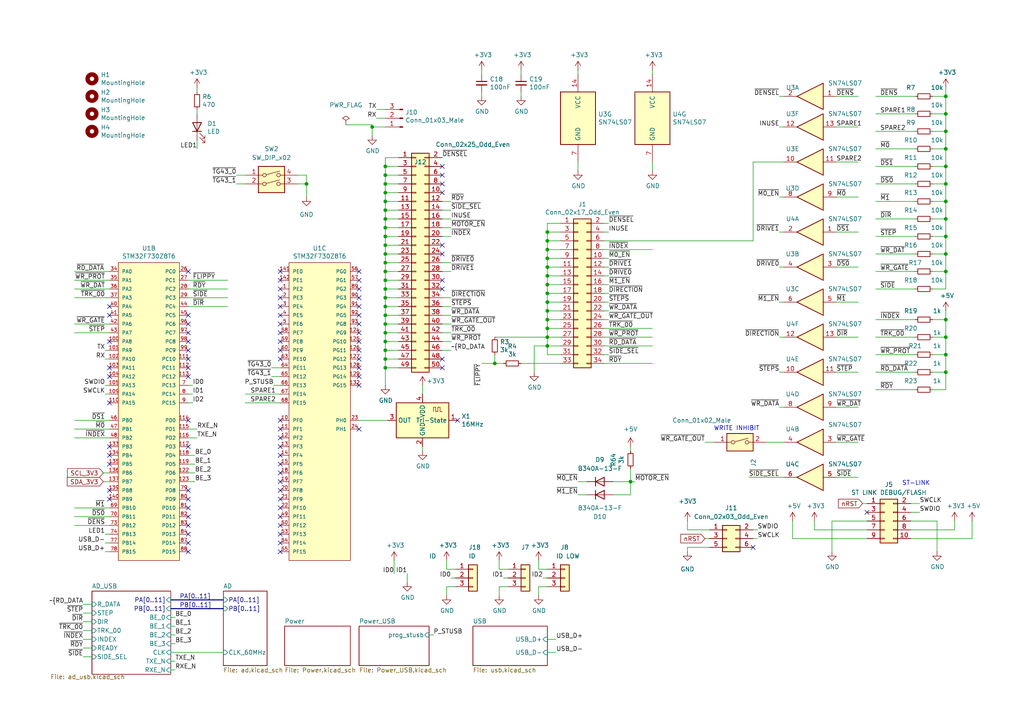
<source format=kicad_sch>
(kicad_sch (version 20211123) (generator eeschema)

  (uuid c1bac86f-cbf6-4c5b-b60d-c26fa73d9c09)

  (paper "A4")

  (title_block
    (title "Greaseweazle F7 Lighting, USB PD")
    (date "2022-11-15")
    (rev "2.01")
    (company "SweProj.com")
  )

  

  (junction (at 158.75 95.25) (diameter 0) (color 0 0 0 0)
    (uuid 01f82238-6335-48fe-8b0a-6853e227345a)
  )
  (junction (at 111.76 68.58) (diameter 0) (color 0 0 0 0)
    (uuid 068d7a7a-0f25-4de5-9cb5-2349a9191b50)
  )
  (junction (at 111.76 104.14) (diameter 0) (color 0 0 0 0)
    (uuid 0d6967d1-12be-4710-aef1-65627c2c9e8a)
  )
  (junction (at 158.75 77.47) (diameter 0) (color 0 0 0 0)
    (uuid 0fc5db66-6188-4c1f-bb14-0868bef113eb)
  )
  (junction (at 158.75 72.39) (diameter 0) (color 0 0 0 0)
    (uuid 10e52e95-44f3-4059-a86d-dcda603e0623)
  )
  (junction (at 111.76 58.42) (diameter 0) (color 0 0 0 0)
    (uuid 1187e9bb-7692-4dd1-9945-e39ef9e5ce5b)
  )
  (junction (at 158.75 92.71) (diameter 0) (color 0 0 0 0)
    (uuid 13bbfffc-affb-4b43-9eb1-f2ed90a8a919)
  )
  (junction (at 111.76 53.34) (diameter 0) (color 0 0 0 0)
    (uuid 14bfaf9f-b822-4cbc-aa30-b927236f307a)
  )
  (junction (at 158.75 90.17) (diameter 0) (color 0 0 0 0)
    (uuid 1ab71a3c-340b-469a-ada5-4f87f0b7b2fa)
  )
  (junction (at 158.75 82.55) (diameter 0) (color 0 0 0 0)
    (uuid 20caf6d2-76a7-497e-ac56-f6d31eb9027b)
  )
  (junction (at 274.32 38.1) (diameter 0) (color 0 0 0 0)
    (uuid 24adc223-60f0-4497-98a3-d664c5a13280)
  )
  (junction (at 158.75 69.85) (diameter 0) (color 0 0 0 0)
    (uuid 252f1275-081d-4d77-8bd5-3b9e6916ef42)
  )
  (junction (at 111.76 86.36) (diameter 0) (color 0 0 0 0)
    (uuid 2c99bd06-59a6-4b07-a512-6528fd43f4dc)
  )
  (junction (at 111.76 83.82) (diameter 0) (color 0 0 0 0)
    (uuid 35b2233e-2f59-44bf-93b3-2716d5b5b514)
  )
  (junction (at 111.76 78.74) (diameter 0) (color 0 0 0 0)
    (uuid 3857167d-f8fc-4da8-b232-a84de78f65eb)
  )
  (junction (at 158.75 74.93) (diameter 0) (color 0 0 0 0)
    (uuid 3c8d03bf-f31d-4aa0-b8db-a227ffd7d8d6)
  )
  (junction (at 274.32 92.71) (diameter 0) (color 0 0 0 0)
    (uuid 44b926bf-8bdd-4191-846d-2dfabab2cecb)
  )
  (junction (at 274.32 68.58) (diameter 0) (color 0 0 0 0)
    (uuid 4bbde53d-6894-4e18-9480-84a6a26d5f6b)
  )
  (junction (at 107.95 36.83) (diameter 0) (color 0 0 0 0)
    (uuid 542d1bcf-de02-4d57-bbbe-dd6f210c8c13)
  )
  (junction (at 88.9 53.34) (diameter 0) (color 0 0 0 0)
    (uuid 56ee0ed0-293b-48bb-9d64-787fea15f4f0)
  )
  (junction (at 111.76 50.8) (diameter 0) (color 0 0 0 0)
    (uuid 5c0b1897-8155-4679-9116-805919f75f96)
  )
  (junction (at 274.32 107.95) (diameter 0) (color 0 0 0 0)
    (uuid 5eb16f0d-ef1e-4549-97a1-19cd06ad7236)
  )
  (junction (at 158.75 85.09) (diameter 0) (color 0 0 0 0)
    (uuid 62a1f3d4-027d-4ecf-a37a-6fcf4263e9d2)
  )
  (junction (at 111.76 106.68) (diameter 0) (color 0 0 0 0)
    (uuid 6621a5a6-aa7a-4de2-9d29-1b200c13ada9)
  )
  (junction (at 111.76 88.9) (diameter 0) (color 0 0 0 0)
    (uuid 71e2c442-6854-420c-af35-dcfcf83456aa)
  )
  (junction (at 274.32 58.42) (diameter 0) (color 0 0 0 0)
    (uuid 749d9ed0-2ff2-4b55-abc5-f7231ec3aa28)
  )
  (junction (at 111.76 76.2) (diameter 0) (color 0 0 0 0)
    (uuid 7e59628a-e341-44cc-bf0f-f1b798a31f1a)
  )
  (junction (at 111.76 101.6) (diameter 0) (color 0 0 0 0)
    (uuid 7f8cd204-ec07-4f76-9072-92e7ccb38dd1)
  )
  (junction (at 111.76 93.98) (diameter 0) (color 0 0 0 0)
    (uuid 86d01cdf-5357-44e1-88d9-97c064cddc9b)
  )
  (junction (at 111.76 71.12) (diameter 0) (color 0 0 0 0)
    (uuid 8dbd51b4-44a2-4ec8-88cf-49079c3aa71e)
  )
  (junction (at 158.75 100.33) (diameter 0) (color 0 0 0 0)
    (uuid 8efee08b-b92e-4ba6-8722-c058e18114fe)
  )
  (junction (at 274.32 73.66) (diameter 0) (color 0 0 0 0)
    (uuid 9112ddd5-10d5-48b8-954f-f1d5adcacbd9)
  )
  (junction (at 274.32 43.18) (diameter 0) (color 0 0 0 0)
    (uuid 929a9b03-e99e-4b88-8e16-759f8c6b59a5)
  )
  (junction (at 111.76 91.44) (diameter 0) (color 0 0 0 0)
    (uuid 93d4a801-226a-48d7-8947-f1bfb7b16554)
  )
  (junction (at 111.76 81.28) (diameter 0) (color 0 0 0 0)
    (uuid 964e4e90-e12f-441c-9d6e-816439c420a1)
  )
  (junction (at 274.32 33.02) (diameter 0) (color 0 0 0 0)
    (uuid 98966de3-2364-43d8-a2e0-b03bb9487b03)
  )
  (junction (at 158.75 67.31) (diameter 0) (color 0 0 0 0)
    (uuid 98fe66f3-ec8b-4515-ae34-617f2124a7ec)
  )
  (junction (at 111.76 60.96) (diameter 0) (color 0 0 0 0)
    (uuid a91cedf1-2089-4c44-9b06-471821937b05)
  )
  (junction (at 274.32 53.34) (diameter 0) (color 0 0 0 0)
    (uuid aadc3df5-0e2d-4f3d-b72e-6f184da74c89)
  )
  (junction (at 111.76 48.26) (diameter 0) (color 0 0 0 0)
    (uuid adc65b09-91c2-4457-8ffe-d57980cf8d73)
  )
  (junction (at 274.32 63.5) (diameter 0) (color 0 0 0 0)
    (uuid af76ce95-feca-41fb-bf31-edaa26d6766a)
  )
  (junction (at 182.88 139.7) (diameter 0) (color 0 0 0 0)
    (uuid afacc12f-b097-4001-b889-9e6781913725)
  )
  (junction (at 143.51 105.41) (diameter 0) (color 0 0 0 0)
    (uuid b854a395-bfc6-4140-9640-75d4f9296771)
  )
  (junction (at 111.76 55.88) (diameter 0) (color 0 0 0 0)
    (uuid c1f5a21c-f5c2-44b0-9b58-90bde58c0d60)
  )
  (junction (at 274.32 102.87) (diameter 0) (color 0 0 0 0)
    (uuid c3a69550-c4fa-45d1-9aba-0bba47699cca)
  )
  (junction (at 274.32 78.74) (diameter 0) (color 0 0 0 0)
    (uuid ca9b74ce-0dee-401c-9544-f599f4cf538d)
  )
  (junction (at 111.76 99.06) (diameter 0) (color 0 0 0 0)
    (uuid cb63a9d8-a84d-43a5-8ff1-d18b1b48c54a)
  )
  (junction (at 274.32 27.94) (diameter 0) (color 0 0 0 0)
    (uuid da546d77-4b03-4562-8fc6-837fd68e7691)
  )
  (junction (at 111.76 96.52) (diameter 0) (color 0 0 0 0)
    (uuid e30dfecd-d78a-4507-91d6-d47619648416)
  )
  (junction (at 158.75 97.79) (diameter 0) (color 0 0 0 0)
    (uuid e6d68f56-4a40-4849-b8d1-13d5ca292900)
  )
  (junction (at 158.75 80.01) (diameter 0) (color 0 0 0 0)
    (uuid f6983918-fe05-46ea-b355-bc522ec53440)
  )
  (junction (at 274.32 97.79) (diameter 0) (color 0 0 0 0)
    (uuid f7070c76-b83b-43a9-a243-491723819616)
  )
  (junction (at 111.76 73.66) (diameter 0) (color 0 0 0 0)
    (uuid f70a4a9d-e097-4502-83aa-1f63e074f06b)
  )
  (junction (at 111.76 66.04) (diameter 0) (color 0 0 0 0)
    (uuid f82dfe8f-ba55-4ab9-a234-6aed39cd6ca4)
  )
  (junction (at 111.76 63.5) (diameter 0) (color 0 0 0 0)
    (uuid f91c051b-372e-45a5-ac05-790df945f858)
  )
  (junction (at 274.32 48.26) (diameter 0) (color 0 0 0 0)
    (uuid fc2e9f96-3bed-4896-b995-f56e799f1c77)
  )
  (junction (at 158.75 87.63) (diameter 0) (color 0 0 0 0)
    (uuid fc4ad874-c922-4070-89f9-7262080469d8)
  )

  (no_connect (at 54.61 99.06) (uuid 00891494-c03f-4b3e-809a-c84eb0c5ff0a))
  (no_connect (at 54.61 104.14) (uuid 024b81ed-7ca3-4557-b9fa-075644de96f7))
  (no_connect (at 31.75 116.84) (uuid 033fb47a-7330-48ce-ac5a-9fe1cb459eaf))
  (no_connect (at 81.28 139.7) (uuid 08714b46-29ca-4521-9566-29e040fc72cc))
  (no_connect (at 104.14 88.9) (uuid 1457e8f3-2460-440d-99d3-5b40eac43589))
  (no_connect (at 31.75 106.68) (uuid 17e5ed96-cc0f-4a4b-a700-6d7ef9acd7bc))
  (no_connect (at 54.61 91.44) (uuid 1e37fe91-3fc4-40b1-91c4-6c4ee1d6e125))
  (no_connect (at 54.61 147.32) (uuid 26eae7d0-939e-4b64-91c1-bf55949d2daf))
  (no_connect (at 81.28 81.28) (uuid 27007603-cd98-41a8-a7be-8db77e3ec570))
  (no_connect (at 218.44 158.75) (uuid 276dd34e-fc62-4ec0-a853-7be08f169b56))
  (no_connect (at 31.75 91.44) (uuid 2d870741-1f5a-4052-a22e-27571d815352))
  (no_connect (at 81.28 86.36) (uuid 2da23a18-3300-4252-b484-249181d69530))
  (no_connect (at 104.14 86.36) (uuid 300c371e-700b-496f-93f0-81a059d70460))
  (no_connect (at 81.28 127) (uuid 351e7c1c-f640-46bf-817e-0e5f388fa690))
  (no_connect (at 81.28 149.86) (uuid 36eb8b48-9fc4-4e61-80e9-937649cf4782))
  (no_connect (at 251.46 148.59) (uuid 37728c8e-efcc-462c-a749-47b6bfcbaf37))
  (no_connect (at 104.14 109.22) (uuid 3f893e9a-6fe6-4a4b-8258-268ba807dd4c))
  (no_connect (at 81.28 91.44) (uuid 4247a140-bbc6-42ed-9f12-5207475a1883))
  (no_connect (at 81.28 152.4) (uuid 42fbbe90-8164-4a79-b8b2-fd21b7d5f65c))
  (no_connect (at 31.75 132.08) (uuid 44f11401-c761-4962-89ab-032461972a58))
  (no_connect (at 31.75 142.24) (uuid 491aead6-9c4e-4fe5-aabe-d851483116da))
  (no_connect (at 81.28 124.46) (uuid 4cd0bd9f-817f-4e73-8746-dcc22ecd24ed))
  (no_connect (at 54.61 106.68) (uuid 54a777cf-b430-40e0-80a8-8b4acb62f375))
  (no_connect (at 81.28 104.14) (uuid 562e6b05-e9e1-41b7-bf27-4b3ad6810233))
  (no_connect (at 54.61 129.54) (uuid 5b9a50c7-ecff-4a29-9d0e-23fb747ba498))
  (no_connect (at 81.28 144.78) (uuid 643273c3-43c9-4ac4-86d8-c6a8eb457c15))
  (no_connect (at 104.14 106.68) (uuid 65914d90-2ecd-4afd-9dbb-4ff27ca3c0fa))
  (no_connect (at 104.14 78.74) (uuid 6ca02c22-abf9-4e6c-b9b7-6c93ab5b146f))
  (no_connect (at 54.61 96.52) (uuid 728bfe2b-ac1b-4f98-b4e8-b8663c1887da))
  (no_connect (at 54.61 93.98) (uuid 732d4189-9cf0-4564-bc31-49f2ca254fbb))
  (no_connect (at 54.61 160.02) (uuid 7bc95512-6329-4c23-b758-73f635511d06))
  (no_connect (at 81.28 96.52) (uuid 7e0a823a-2958-48c8-98d9-efdb7150bb81))
  (no_connect (at 31.75 99.06) (uuid 826fb3e4-1056-4f5f-956f-254f6941d336))
  (no_connect (at 104.14 83.82) (uuid 868a3433-d791-484e-9bb1-d9be133b4a21))
  (no_connect (at 81.28 157.48) (uuid 89315d23-03b7-46b1-81ee-6276bde90a82))
  (no_connect (at 81.28 137.16) (uuid 8a6dc8e4-8ddd-4bf1-b1ca-0495dd8ae127))
  (no_connect (at 54.61 152.4) (uuid 8c3e2ea9-ca92-4843-9074-44c21d854982))
  (no_connect (at 54.61 142.24) (uuid 8f790adc-8b38-4aac-8720-2e2b0dc659aa))
  (no_connect (at 132.715 121.92) (uuid 93af1374-af56-4fc8-af3f-6c16d61a0b21))
  (no_connect (at 81.28 93.98) (uuid 93e32358-1bdd-4e24-8b79-9054a0552b8a))
  (no_connect (at 81.28 134.62) (uuid 94300228-8a6b-43b4-8bd6-fde7b11076c8))
  (no_connect (at 104.14 111.76) (uuid 970b5190-6039-42f3-9c9c-64c50ef33fc2))
  (no_connect (at 81.28 101.6) (uuid 98337e12-9033-49eb-89cd-cc1afedfac6e))
  (no_connect (at 104.14 91.44) (uuid 994ec659-18e4-41e0-b6f4-15a99d6eabe3))
  (no_connect (at 31.75 109.22) (uuid 9bf407cf-f06a-48ac-8bea-4b5cfadd1384))
  (no_connect (at 128.27 53.34) (uuid 9ff8d6a5-7a30-44f2-b99b-6ecde8c232ac))
  (no_connect (at 128.27 55.88) (uuid 9ff8d6a5-7a30-44f2-b99b-6ecde8c232ad))
  (no_connect (at 128.27 71.12) (uuid 9ff8d6a5-7a30-44f2-b99b-6ecde8c232ae))
  (no_connect (at 128.27 48.26) (uuid 9ff8d6a5-7a30-44f2-b99b-6ecde8c232af))
  (no_connect (at 128.27 50.8) (uuid 9ff8d6a5-7a30-44f2-b99b-6ecde8c232b0))
  (no_connect (at 128.27 106.68) (uuid 9ff8d6a5-7a30-44f2-b99b-6ecde8c232b1))
  (no_connect (at 128.27 104.14) (uuid 9ff8d6a5-7a30-44f2-b99b-6ecde8c232b2))
  (no_connect (at 128.27 83.82) (uuid 9ff8d6a5-7a30-44f2-b99b-6ecde8c232b3))
  (no_connect (at 128.27 81.28) (uuid 9ff8d6a5-7a30-44f2-b99b-6ecde8c232b4))
  (no_connect (at 128.27 73.66) (uuid 9ff8d6a5-7a30-44f2-b99b-6ecde8c232b5))
  (no_connect (at 54.61 149.86) (uuid a7128e49-87e5-4854-ba63-ff1d53065189))
  (no_connect (at 81.28 147.32) (uuid ab5a8b90-558e-42dc-9b97-c893fb5a2b10))
  (no_connect (at 54.61 109.22) (uuid abb7db91-c8d0-49b9-ba9c-db0b048a9efe))
  (no_connect (at 54.61 144.78) (uuid ac72df19-9d81-40b9-913f-ca2d4db7827b))
  (no_connect (at 54.61 121.92) (uuid ae3b158c-9426-4780-9122-e8d1603ed7e1))
  (no_connect (at 104.14 99.06) (uuid ae68231e-4175-4e26-98a5-5fcd909d496b))
  (no_connect (at 81.28 132.08) (uuid b0e5a25e-ab68-45e1-b20b-c2a413556c18))
  (no_connect (at 31.75 88.9) (uuid b3f21f3f-128c-4e88-bcd2-38f966b77321))
  (no_connect (at 54.61 154.94) (uuid b5680de7-ae05-4ffb-b73d-7b0f27073ab6))
  (no_connect (at 81.28 160.02) (uuid b8406398-c88b-436a-9dd4-9aaaf6c5a488))
  (no_connect (at 81.28 83.82) (uuid bb55aca0-2551-4f41-b493-535b0a8afccc))
  (no_connect (at 104.14 124.46) (uuid be021e70-1a5b-4fc4-aa0c-41b42db09350))
  (no_connect (at 54.61 157.48) (uuid be98f734-3bc9-4d9c-97e5-20415c91c5d7))
  (no_connect (at 81.28 154.94) (uuid c44eb740-e633-485c-b41b-878872c1f69d))
  (no_connect (at 104.14 81.28) (uuid c75b0135-9e9d-4628-9762-267358c3bb33))
  (no_connect (at 104.14 93.98) (uuid c9f403fb-ed4d-4b33-adac-b0ef7f0d1d69))
  (no_connect (at 104.14 104.14) (uuid cb586b87-68d3-4355-b17f-2e06d5bf0e1d))
  (no_connect (at 31.75 144.78) (uuid cc4a2a56-97a6-492d-bc87-2abcaa1e59f5))
  (no_connect (at 104.14 101.6) (uuid cd1b4d44-9354-45f7-a49e-7e6ba6548bfd))
  (no_connect (at 81.28 142.24) (uuid d006523f-5372-4136-95eb-0454648c416c))
  (no_connect (at 104.14 96.52) (uuid d3741fbd-9f9b-42c7-b81f-2926ebc3b2ca))
  (no_connect (at 54.61 101.6) (uuid d47d1af6-c1eb-43a3-bb4e-f85f5c891f22))
  (no_connect (at 31.75 129.54) (uuid e1a096b2-4e3b-4c20-a010-5831605cd725))
  (no_connect (at 81.28 129.54) (uuid e4dc41c5-7dc7-4686-9bd0-3571dfbbd23a))
  (no_connect (at 81.28 121.92) (uuid ede20bd1-a6ee-466f-a29c-b8d337356dba))
  (no_connect (at 81.28 78.74) (uuid eec7dc80-1e4e-4381-a5d0-5cc426ef5a55))
  (no_connect (at 31.75 134.62) (uuid f370fbc7-327f-4578-a64e-261caa1f96b9))
  (no_connect (at 81.28 99.06) (uuid f3b3c682-3311-4e76-90db-0e5373f40533))
  (no_connect (at 54.61 78.74) (uuid f78abf3d-5695-4b76-b33f-d959d7b688e7))
  (no_connect (at 81.28 88.9) (uuid faa958cd-c104-4993-9160-c571d81aa390))

  (wire (pts (xy 30.48 101.6) (xy 31.75 101.6))
    (stroke (width 0) (type default) (color 0 0 0 0))
    (uuid 000b46d6-b833-4804-8f56-56d539f76d09)
  )
  (wire (pts (xy 111.76 66.04) (xy 111.76 68.58))
    (stroke (width 0) (type default) (color 0 0 0 0))
    (uuid 01dc798b-4c95-4d40-80b7-aa972004ee44)
  )
  (wire (pts (xy 129.54 170.18) (xy 132.08 170.18))
    (stroke (width 0) (type default) (color 0 0 0 0))
    (uuid 03e48a7d-cbfe-454a-bd5a-26805d2a84ce)
  )
  (wire (pts (xy 128.27 78.74) (xy 130.81 78.74))
    (stroke (width 0) (type default) (color 0 0 0 0))
    (uuid 042b8bea-9219-4f6a-89b3-599bbdfa8b93)
  )
  (wire (pts (xy 177.8 143.51) (xy 182.88 143.51))
    (stroke (width 0) (type default) (color 0 0 0 0))
    (uuid 04657fbf-e375-4129-bf29-87f895ae9e9c)
  )
  (wire (pts (xy 111.76 71.12) (xy 115.57 71.12))
    (stroke (width 0) (type default) (color 0 0 0 0))
    (uuid 04d7fd83-a6aa-4987-9e20-3d50c265b831)
  )
  (wire (pts (xy 242.57 128.27) (xy 248.92 128.27))
    (stroke (width 0) (type default) (color 0 0 0 0))
    (uuid 05d3e08e-e1f9-46cf-93d0-836d1306d03a)
  )
  (wire (pts (xy 111.76 48.26) (xy 115.57 48.26))
    (stroke (width 0) (type default) (color 0 0 0 0))
    (uuid 05d6ed65-9b0b-47fc-9d52-3f81dfc32551)
  )
  (wire (pts (xy 128.27 88.9) (xy 130.81 88.9))
    (stroke (width 0) (type default) (color 0 0 0 0))
    (uuid 05e3b151-dc12-4701-912e-3bf8070597d8)
  )
  (wire (pts (xy 175.26 100.33) (xy 189.23 100.33))
    (stroke (width 0) (type default) (color 0 0 0 0))
    (uuid 06665bf8-cef1-4e75-8d5b-1537b3c1b090)
  )
  (wire (pts (xy 274.32 83.82) (xy 274.32 78.74))
    (stroke (width 0) (type default) (color 0 0 0 0))
    (uuid 099473f1-6598-46ff-a50f-4c520832170d)
  )
  (wire (pts (xy 128.27 91.44) (xy 130.81 91.44))
    (stroke (width 0) (type default) (color 0 0 0 0))
    (uuid 0a1f756a-03ad-48d1-a3cc-07b1e91bf6b5)
  )
  (wire (pts (xy 21.59 124.46) (xy 31.75 124.46))
    (stroke (width 0) (type default) (color 0 0 0 0))
    (uuid 0c5dddf1-38df-43d2-b49c-e7b691dab0ab)
  )
  (wire (pts (xy 158.75 67.31) (xy 158.75 69.85))
    (stroke (width 0) (type default) (color 0 0 0 0))
    (uuid 0dfdfa9f-1e3f-4e14-b64b-12bde76a80c7)
  )
  (wire (pts (xy 162.56 100.33) (xy 158.75 100.33))
    (stroke (width 0) (type default) (color 0 0 0 0))
    (uuid 0e249018-17e7-42b3-ae5d-5ebf3ae299ae)
  )
  (wire (pts (xy 29.972 137.16) (xy 31.75 137.16))
    (stroke (width 0) (type default) (color 0 0 0 0))
    (uuid 0e7ad38a-9a9f-4f7f-85da-d397ca1ffbd3)
  )
  (wire (pts (xy 86.36 50.8) (xy 88.9 50.8))
    (stroke (width 0) (type default) (color 0 0 0 0))
    (uuid 0ec8848f-4be5-421c-bcfc-a66d819b129d)
  )
  (wire (pts (xy 111.76 91.44) (xy 115.57 91.44))
    (stroke (width 0) (type default) (color 0 0 0 0))
    (uuid 105d2701-5e63-4eb3-8241-5608caa465c8)
  )
  (wire (pts (xy 86.36 53.34) (xy 88.9 53.34))
    (stroke (width 0) (type default) (color 0 0 0 0))
    (uuid 114a2768-e1fd-4d16-9d75-a2b2dcf3668d)
  )
  (wire (pts (xy 281.94 156.21) (xy 281.94 151.13))
    (stroke (width 0) (type default) (color 0 0 0 0))
    (uuid 11c7c8d4-4c4b-4330-bb59-1eec2e98b255)
  )
  (wire (pts (xy 274.32 43.18) (xy 270.51 43.18))
    (stroke (width 0) (type default) (color 0 0 0 0))
    (uuid 13ac70df-e9b9-44e5-96e6-20f0b0dc6a3a)
  )
  (wire (pts (xy 226.06 67.31) (xy 227.33 67.31))
    (stroke (width 0) (type default) (color 0 0 0 0))
    (uuid 14064e1b-d8db-4b96-9159-f0491d3e5f02)
  )
  (wire (pts (xy 162.56 80.01) (xy 158.75 80.01))
    (stroke (width 0) (type default) (color 0 0 0 0))
    (uuid 142dd724-2a9f-4eea-ab21-209b1bc7ec65)
  )
  (wire (pts (xy 158.75 80.01) (xy 158.75 77.47))
    (stroke (width 0) (type default) (color 0 0 0 0))
    (uuid 15a82541-58d8-45b5-99c5-fb52e017e3ea)
  )
  (wire (pts (xy 274.32 92.71) (xy 274.32 90.17))
    (stroke (width 0) (type default) (color 0 0 0 0))
    (uuid 1732b93f-cd0e-4ca4-a905-bb406354ca33)
  )
  (wire (pts (xy 274.32 107.95) (xy 274.32 102.87))
    (stroke (width 0) (type default) (color 0 0 0 0))
    (uuid 17cf1c88-8d51-4538-aa76-e35ac22d0ed0)
  )
  (wire (pts (xy 218.44 46.99) (xy 227.33 46.99))
    (stroke (width 0) (type default) (color 0 0 0 0))
    (uuid 17ed3508-fa2e-4593-a799-bfd39a6cc14d)
  )
  (wire (pts (xy 49.53 184.15) (xy 50.8 184.15))
    (stroke (width 0) (type default) (color 0 0 0 0))
    (uuid 18372a25-ed01-47c8-be92-161857f6e1d7)
  )
  (wire (pts (xy 31.75 127) (xy 21.59 127))
    (stroke (width 0) (type default) (color 0 0 0 0))
    (uuid 1855ca44-ab48-4b76-a210-97fc81d916c4)
  )
  (wire (pts (xy 270.51 83.82) (xy 274.32 83.82))
    (stroke (width 0) (type default) (color 0 0 0 0))
    (uuid 1876c30c-72b2-4a8d-9f32-bf8b213530b4)
  )
  (wire (pts (xy 24.13 190.5) (xy 26.67 190.5))
    (stroke (width 0) (type default) (color 0 0 0 0))
    (uuid 197737a3-f629-4847-a3bd-29bbed8e8513)
  )
  (wire (pts (xy 71.12 114.3) (xy 81.28 114.3))
    (stroke (width 0) (type default) (color 0 0 0 0))
    (uuid 1bf7d0f9-0dcf-4d7c-b58c-318e3dc42bc9)
  )
  (wire (pts (xy 242.57 97.79) (xy 248.92 97.79))
    (stroke (width 0) (type default) (color 0 0 0 0))
    (uuid 1c052668-6749-425a-9a77-35f046c8aa39)
  )
  (wire (pts (xy 129.54 170.18) (xy 129.54 172.72))
    (stroke (width 0) (type default) (color 0 0 0 0))
    (uuid 1c24771c-19d1-4407-9c2f-255b7ddf0492)
  )
  (wire (pts (xy 30.48 157.48) (xy 31.75 157.48))
    (stroke (width 0) (type default) (color 0 0 0 0))
    (uuid 1de61170-5337-44c5-ba28-bd477db4bff1)
  )
  (wire (pts (xy 49.53 191.77) (xy 50.8 191.77))
    (stroke (width 0) (type default) (color 0 0 0 0))
    (uuid 1e6339d5-f0ee-4a4b-9faf-4b2631e397d5)
  )
  (wire (pts (xy 111.76 101.6) (xy 111.76 104.14))
    (stroke (width 0) (type default) (color 0 0 0 0))
    (uuid 1f261883-4501-4c16-8f24-011b93c7b7c4)
  )
  (wire (pts (xy 111.76 60.96) (xy 111.76 63.5))
    (stroke (width 0) (type default) (color 0 0 0 0))
    (uuid 1f848839-e564-450f-a963-ebf13ca910f5)
  )
  (wire (pts (xy 30.48 111.76) (xy 31.75 111.76))
    (stroke (width 0) (type default) (color 0 0 0 0))
    (uuid 2102c637-9f11-48f1-aae6-b4139dc22be2)
  )
  (wire (pts (xy 54.61 134.62) (xy 56.515 134.62))
    (stroke (width 0) (type default) (color 0 0 0 0))
    (uuid 21768691-1e43-45ea-b868-82651819b936)
  )
  (wire (pts (xy 54.61 132.08) (xy 56.515 132.08))
    (stroke (width 0) (type default) (color 0 0 0 0))
    (uuid 22349afa-99b6-4268-ade5-32f12de232db)
  )
  (wire (pts (xy 144.78 170.18) (xy 147.32 170.18))
    (stroke (width 0) (type default) (color 0 0 0 0))
    (uuid 22b49795-d138-447a-8a67-2f87ad0d4bd4)
  )
  (wire (pts (xy 218.44 156.21) (xy 219.71 156.21))
    (stroke (width 0) (type default) (color 0 0 0 0))
    (uuid 22c1623e-dd8d-428b-b9ae-ebb3a532b396)
  )
  (wire (pts (xy 128.27 99.06) (xy 130.81 99.06))
    (stroke (width 0) (type default) (color 0 0 0 0))
    (uuid 2447f5f1-b3d5-43aa-959f-88436ebed06d)
  )
  (wire (pts (xy 88.9 50.8) (xy 88.9 53.34))
    (stroke (width 0) (type default) (color 0 0 0 0))
    (uuid 2572e34f-bfb2-4fa7-969f-a04e338d6e2f)
  )
  (wire (pts (xy 111.76 106.68) (xy 115.57 106.68))
    (stroke (width 0) (type default) (color 0 0 0 0))
    (uuid 26f6b829-e63c-496a-b791-5dd68c7ead9d)
  )
  (wire (pts (xy 30.48 114.3) (xy 31.75 114.3))
    (stroke (width 0) (type default) (color 0 0 0 0))
    (uuid 272c2a78-b5f5-4b61-aed3-ec69e0e92729)
  )
  (wire (pts (xy 274.32 38.1) (xy 274.32 43.18))
    (stroke (width 0) (type default) (color 0 0 0 0))
    (uuid 278a91dc-d57d-4a5c-a045-34b6bd84131f)
  )
  (wire (pts (xy 274.32 25.4) (xy 274.32 27.94))
    (stroke (width 0) (type default) (color 0 0 0 0))
    (uuid 29126f72-63f7-4275-8b12-6b96a71c6f17)
  )
  (wire (pts (xy 254 53.34) (xy 265.43 53.34))
    (stroke (width 0) (type default) (color 0 0 0 0))
    (uuid 291935ec-f8ff-41f0-8717-e68b8af7b8c1)
  )
  (wire (pts (xy 114.3 162.56) (xy 114.3 166.37))
    (stroke (width 0) (type default) (color 0 0 0 0))
    (uuid 291baaf6-406d-492c-8388-51e68532cfbf)
  )
  (wire (pts (xy 111.76 88.9) (xy 111.76 91.44))
    (stroke (width 0) (type default) (color 0 0 0 0))
    (uuid 2b5319a3-2b4f-4c5e-b61e-a7934593e487)
  )
  (wire (pts (xy 128.27 86.36) (xy 130.81 86.36))
    (stroke (width 0) (type default) (color 0 0 0 0))
    (uuid 2b8c6538-2116-4527-a026-b4925dd2ee57)
  )
  (wire (pts (xy 57.15 31.75) (xy 57.15 33.02))
    (stroke (width 0) (type default) (color 0 0 0 0))
    (uuid 2ba25c40-ea42-478e-9150-1d94fa1c8ae9)
  )
  (wire (pts (xy 274.32 27.94) (xy 274.32 33.02))
    (stroke (width 0) (type default) (color 0 0 0 0))
    (uuid 2ea8fa6f-efc3-40fe-bcf9-05bfa46ead4f)
  )
  (wire (pts (xy 270.51 92.71) (xy 274.32 92.71))
    (stroke (width 0) (type default) (color 0 0 0 0))
    (uuid 2f0570b6-86da-47a8-9e56-ce60c431c534)
  )
  (wire (pts (xy 162.56 87.63) (xy 158.75 87.63))
    (stroke (width 0) (type default) (color 0 0 0 0))
    (uuid 2f291a4b-4ecb-4692-9ad2-324f9784c0d4)
  )
  (wire (pts (xy 264.16 156.21) (xy 281.94 156.21))
    (stroke (width 0) (type default) (color 0 0 0 0))
    (uuid 300aa512-2f66-4c26-a530-50c091b3a099)
  )
  (wire (pts (xy 78.74 106.68) (xy 81.28 106.68))
    (stroke (width 0) (type default) (color 0 0 0 0))
    (uuid 3036ba32-a371-4e05-a934-abb44d31f530)
  )
  (wire (pts (xy 111.76 73.66) (xy 115.57 73.66))
    (stroke (width 0) (type default) (color 0 0 0 0))
    (uuid 3102a495-c747-4ebd-910d-ccca3f28177b)
  )
  (wire (pts (xy 158.75 90.17) (xy 158.75 87.63))
    (stroke (width 0) (type default) (color 0 0 0 0))
    (uuid 319639ae-c2c5-486d-93b1-d03bb1b64252)
  )
  (wire (pts (xy 111.76 86.36) (xy 111.76 88.9))
    (stroke (width 0) (type default) (color 0 0 0 0))
    (uuid 32cfb255-fdbf-4c67-9adf-72dba031ac4d)
  )
  (wire (pts (xy 49.53 181.61) (xy 50.8 181.61))
    (stroke (width 0) (type default) (color 0 0 0 0))
    (uuid 341ec5b3-c64a-4b70-8a9f-cdadc79f8893)
  )
  (wire (pts (xy 254 43.18) (xy 265.43 43.18))
    (stroke (width 0) (type default) (color 0 0 0 0))
    (uuid 35fb7c56-dc85-43f7-b954-81b8040a8500)
  )
  (wire (pts (xy 130.81 167.64) (xy 132.08 167.64))
    (stroke (width 0) (type default) (color 0 0 0 0))
    (uuid 3656bb3f-f8a4-4f3a-8e9a-ec6203c87a56)
  )
  (wire (pts (xy 111.76 101.6) (xy 115.57 101.6))
    (stroke (width 0) (type default) (color 0 0 0 0))
    (uuid 395f28d9-5d9e-4a88-b7ad-8a1df4610090)
  )
  (wire (pts (xy 241.3 151.13) (xy 251.46 151.13))
    (stroke (width 0) (type default) (color 0 0 0 0))
    (uuid 39845449-7a31-4262-86b1-e7af14a6659f)
  )
  (wire (pts (xy 158.75 67.31) (xy 162.56 67.31))
    (stroke (width 0) (type default) (color 0 0 0 0))
    (uuid 3a41dd27-ec14-44d5-b505-aad1d829f79a)
  )
  (wire (pts (xy 162.56 90.17) (xy 158.75 90.17))
    (stroke (width 0) (type default) (color 0 0 0 0))
    (uuid 3a70978e-dcc2-4620-a99c-514362812927)
  )
  (wire (pts (xy 54.61 83.82) (xy 66.04 83.82))
    (stroke (width 0) (type default) (color 0 0 0 0))
    (uuid 3b65c51e-c243-447e-bee9-832d94c1630e)
  )
  (wire (pts (xy 144.78 162.56) (xy 144.78 165.1))
    (stroke (width 0) (type default) (color 0 0 0 0))
    (uuid 3c3e06bd-c8bb-4ec8-84e0-f7f9437909b3)
  )
  (wire (pts (xy 100.33 36.195) (xy 107.95 36.195))
    (stroke (width 0) (type default) (color 0 0 0 0))
    (uuid 3d658213-87c1-4ec1-8d7a-e38d061627b3)
  )
  (wire (pts (xy 162.56 82.55) (xy 158.75 82.55))
    (stroke (width 0) (type default) (color 0 0 0 0))
    (uuid 3d6cdd62-5634-4e30-acf8-1b9c1dbf6653)
  )
  (wire (pts (xy 49.53 179.07) (xy 50.8 179.07))
    (stroke (width 0) (type default) (color 0 0 0 0))
    (uuid 3db24eb3-cf1d-4362-9d9c-83f79ae00e7a)
  )
  (wire (pts (xy 199.39 153.67) (xy 205.74 153.67))
    (stroke (width 0) (type default) (color 0 0 0 0))
    (uuid 3ec95abd-e81e-441d-9d27-b430f8003396)
  )
  (wire (pts (xy 129.54 165.1) (xy 132.08 165.1))
    (stroke (width 0) (type default) (color 0 0 0 0))
    (uuid 3f1ae028-5eb5-4638-9698-eea3446a90d1)
  )
  (wire (pts (xy 111.76 58.42) (xy 115.57 58.42))
    (stroke (width 0) (type default) (color 0 0 0 0))
    (uuid 3f329a8f-e359-4d98-956d-6a077a40e514)
  )
  (wire (pts (xy 175.26 85.09) (xy 176.53 85.09))
    (stroke (width 0) (type default) (color 0 0 0 0))
    (uuid 3f7513cb-6fe5-481f-8bc3-13eed2580912)
  )
  (wire (pts (xy 274.32 113.03) (xy 274.32 107.95))
    (stroke (width 0) (type default) (color 0 0 0 0))
    (uuid 3fa05934-8ad1-40a9-af5c-98ad298eb412)
  )
  (wire (pts (xy 21.59 96.52) (xy 31.75 96.52))
    (stroke (width 0) (type default) (color 0 0 0 0))
    (uuid 4160bbf7-ffff-4c5c-a647-5ee58ddecf06)
  )
  (wire (pts (xy 122.555 111.76) (xy 122.555 114.3))
    (stroke (width 0) (type default) (color 0 0 0 0))
    (uuid 41c18011-40db-4384-9ba4-c0158d0d9d6a)
  )
  (wire (pts (xy 158.75 185.42) (xy 161.29 185.42))
    (stroke (width 0) (type default) (color 0 0 0 0))
    (uuid 42b61d5b-39d6-462b-b2cc-57656078085f)
  )
  (wire (pts (xy 111.76 34.29) (xy 109.22 34.29))
    (stroke (width 0) (type default) (color 0 0 0 0))
    (uuid 42bd0f96-a831-406e-abb7-03ed1bbd785f)
  )
  (wire (pts (xy 88.9 53.34) (xy 88.9 57.15))
    (stroke (width 0) (type default) (color 0 0 0 0))
    (uuid 460a89a1-c9e5-44e6-806f-b581d43ece37)
  )
  (wire (pts (xy 274.32 33.02) (xy 274.32 38.1))
    (stroke (width 0) (type default) (color 0 0 0 0))
    (uuid 4641c87c-bffa-41fe-ae77-be3a97a6f797)
  )
  (wire (pts (xy 264.16 153.67) (xy 276.86 153.67))
    (stroke (width 0) (type default) (color 0 0 0 0))
    (uuid 46491a9d-8b3d-4c74-b09a-70c876f162e5)
  )
  (wire (pts (xy 156.21 165.1) (xy 158.75 165.1))
    (stroke (width 0) (type default) (color 0 0 0 0))
    (uuid 4888c330-f8fa-492d-aa6f-da06d2350187)
  )
  (wire (pts (xy 156.21 162.56) (xy 156.21 165.1))
    (stroke (width 0) (type default) (color 0 0 0 0))
    (uuid 48c34b19-0b1a-4994-ab08-825d4c2b7c6b)
  )
  (wire (pts (xy 111.76 73.66) (xy 111.76 76.2))
    (stroke (width 0) (type default) (color 0 0 0 0))
    (uuid 4905470f-e5d5-44e9-bdea-3395fa3a3921)
  )
  (wire (pts (xy 254 107.95) (xy 265.43 107.95))
    (stroke (width 0) (type default) (color 0 0 0 0))
    (uuid 49488c82-6277-4d05-a051-6a9df142c373)
  )
  (wire (pts (xy 254 58.42) (xy 265.43 58.42))
    (stroke (width 0) (type default) (color 0 0 0 0))
    (uuid 49a65079-57a9-46fc-8711-1d7f2cab8dbf)
  )
  (wire (pts (xy 30.48 160.02) (xy 31.75 160.02))
    (stroke (width 0) (type default) (color 0 0 0 0))
    (uuid 49b5f540-e128-4e08-bb09-f321f8e64056)
  )
  (wire (pts (xy 274.32 38.1) (xy 270.51 38.1))
    (stroke (width 0) (type default) (color 0 0 0 0))
    (uuid 4cc0e615-05a0-4f42-a208-4011ba8ef841)
  )
  (wire (pts (xy 111.76 55.88) (xy 111.76 58.42))
    (stroke (width 0) (type default) (color 0 0 0 0))
    (uuid 4cdd7089-c144-4631-a49d-c738e3706227)
  )
  (wire (pts (xy 274.32 58.42) (xy 274.32 53.34))
    (stroke (width 0) (type default) (color 0 0 0 0))
    (uuid 4cfd9a02-97ef-4af4-a6b8-db9be1a8fda5)
  )
  (wire (pts (xy 175.26 90.17) (xy 176.53 90.17))
    (stroke (width 0) (type default) (color 0 0 0 0))
    (uuid 4e563ce6-c7b9-4224-ace7-42cd7b117034)
  )
  (wire (pts (xy 254 38.1) (xy 265.43 38.1))
    (stroke (width 0) (type default) (color 0 0 0 0))
    (uuid 4e677390-a246-4ca0-954c-746e0870f88f)
  )
  (wire (pts (xy 182.88 129.54) (xy 182.88 130.81))
    (stroke (width 0) (type default) (color 0 0 0 0))
    (uuid 4fa74df1-ebd8-46ed-bf5b-d6c582baafde)
  )
  (wire (pts (xy 154.94 100.33) (xy 154.94 107.95))
    (stroke (width 0) (type default) (color 0 0 0 0))
    (uuid 52a8f1be-73ca-41a8-bc24-2320706b0ec1)
  )
  (wire (pts (xy 139.7 26.67) (xy 139.7 27.94))
    (stroke (width 0) (type default) (color 0 0 0 0))
    (uuid 53719fc4-141e-4c58-98cd-ab3bf9a4e1c0)
  )
  (wire (pts (xy 270.51 68.58) (xy 274.32 68.58))
    (stroke (width 0) (type default) (color 0 0 0 0))
    (uuid 54ed3ee1-891b-418e-ab9c-6a18747d7388)
  )
  (wire (pts (xy 31.75 152.4) (xy 21.59 152.4))
    (stroke (width 0) (type default) (color 0 0 0 0))
    (uuid 5576cd03-3bad-40c5-9316-1d286895d52a)
  )
  (wire (pts (xy 144.78 165.1) (xy 147.32 165.1))
    (stroke (width 0) (type default) (color 0 0 0 0))
    (uuid 559e1426-1fb6-47d1-a873-ab4aaa368ae6)
  )
  (wire (pts (xy 111.76 31.75) (xy 109.22 31.75))
    (stroke (width 0) (type default) (color 0 0 0 0))
    (uuid 57543893-39bf-4d83-b4e0-8d020b4a6d48)
  )
  (wire (pts (xy 274.32 97.79) (xy 274.32 92.71))
    (stroke (width 0) (type default) (color 0 0 0 0))
    (uuid 58126faf-01a4-4f91-8e8c-ca9e47b48048)
  )
  (wire (pts (xy 254 83.82) (xy 265.43 83.82))
    (stroke (width 0) (type default) (color 0 0 0 0))
    (uuid 58cc7831-f944-4d33-8c61-2fd5bebc61e0)
  )
  (wire (pts (xy 111.76 99.06) (xy 111.76 101.6))
    (stroke (width 0) (type default) (color 0 0 0 0))
    (uuid 5a498b94-152d-4c3c-b168-67379cce2165)
  )
  (wire (pts (xy 167.64 20.32) (xy 167.64 21.59))
    (stroke (width 0) (type default) (color 0 0 0 0))
    (uuid 5b70b09b-6762-4725-9d48-805300c0bdc8)
  )
  (wire (pts (xy 21.59 93.98) (xy 31.75 93.98))
    (stroke (width 0) (type default) (color 0 0 0 0))
    (uuid 5bab6a37-1fdf-4cf8-b571-44c962ed86e9)
  )
  (wire (pts (xy 175.26 80.01) (xy 176.53 80.01))
    (stroke (width 0) (type default) (color 0 0 0 0))
    (uuid 5c72c984-d4a8-4f48-9a7a-2aa9b6284609)
  )
  (wire (pts (xy 177.8 139.7) (xy 182.88 139.7))
    (stroke (width 0) (type default) (color 0 0 0 0))
    (uuid 5e34b255-874b-4b5f-a1f3-79e323d9278a)
  )
  (wire (pts (xy 111.76 76.2) (xy 111.76 78.74))
    (stroke (width 0) (type default) (color 0 0 0 0))
    (uuid 5f2e9c21-b36e-4432-b901-39c98c054570)
  )
  (wire (pts (xy 128.27 101.6) (xy 130.81 101.6))
    (stroke (width 0) (type default) (color 0 0 0 0))
    (uuid 5fe9a8c1-579e-4b33-a28f-2287de31bc8f)
  )
  (wire (pts (xy 204.47 128.27) (xy 207.01 128.27))
    (stroke (width 0) (type default) (color 0 0 0 0))
    (uuid 60a6b889-b680-4b8b-8f73-0633fe94c5ba)
  )
  (wire (pts (xy 111.76 86.36) (xy 115.57 86.36))
    (stroke (width 0) (type default) (color 0 0 0 0))
    (uuid 6123de74-e7fc-4738-8ff4-abd5233ea3f0)
  )
  (wire (pts (xy 175.26 82.55) (xy 176.53 82.55))
    (stroke (width 0) (type default) (color 0 0 0 0))
    (uuid 61447001-96f3-4ac4-a932-91f733b21544)
  )
  (wire (pts (xy 21.59 83.82) (xy 31.75 83.82))
    (stroke (width 0) (type default) (color 0 0 0 0))
    (uuid 6150c02b-beb5-4af1-951e-3666a285a6ea)
  )
  (wire (pts (xy 175.26 102.87) (xy 176.53 102.87))
    (stroke (width 0) (type default) (color 0 0 0 0))
    (uuid 620d0d18-5248-4410-bb06-dea084235707)
  )
  (wire (pts (xy 158.75 72.39) (xy 162.56 72.39))
    (stroke (width 0) (type default) (color 0 0 0 0))
    (uuid 62e8c4d4-266c-4e53-8981-1028251d724c)
  )
  (wire (pts (xy 274.32 48.26) (xy 270.51 48.26))
    (stroke (width 0) (type default) (color 0 0 0 0))
    (uuid 631c7be5-8dc2-4df4-ab73-737bb928e763)
  )
  (wire (pts (xy 143.51 102.87) (xy 143.51 105.41))
    (stroke (width 0) (type default) (color 0 0 0 0))
    (uuid 633292d3-80c5-4986-be82-ce926e9f09f4)
  )
  (wire (pts (xy 158.75 100.33) (xy 158.75 97.79))
    (stroke (width 0) (type default) (color 0 0 0 0))
    (uuid 63489ebf-0f52-43a6-a0ab-158b1a7d4988)
  )
  (wire (pts (xy 254 27.94) (xy 265.43 27.94))
    (stroke (width 0) (type default) (color 0 0 0 0))
    (uuid 637e9edf-ffed-49a2-8408-fa110c9a4c79)
  )
  (wire (pts (xy 226.06 77.47) (xy 227.33 77.47))
    (stroke (width 0) (type default) (color 0 0 0 0))
    (uuid 643a0e14-1c81-4883-9037-039c243acc5c)
  )
  (wire (pts (xy 111.76 50.8) (xy 115.57 50.8))
    (stroke (width 0) (type default) (color 0 0 0 0))
    (uuid 649fe687-776d-40a8-8956-cf56be8678e1)
  )
  (wire (pts (xy 236.22 153.67) (xy 251.46 153.67))
    (stroke (width 0) (type default) (color 0 0 0 0))
    (uuid 64d1d0fe-4fd6-4a55-8314-56a651e1ccab)
  )
  (wire (pts (xy 175.26 74.93) (xy 176.53 74.93))
    (stroke (width 0) (type default) (color 0 0 0 0))
    (uuid 663516d2-919a-4a92-bdfb-fab0b7a33e92)
  )
  (wire (pts (xy 175.26 97.79) (xy 189.23 97.79))
    (stroke (width 0) (type default) (color 0 0 0 0))
    (uuid 66ca01b3-51ff-4294-9b77-4492e98f6aec)
  )
  (wire (pts (xy 128.27 66.04) (xy 130.81 66.04))
    (stroke (width 0) (type default) (color 0 0 0 0))
    (uuid 6807b074-032b-4c51-b22d-e941de673402)
  )
  (wire (pts (xy 24.13 175.26) (xy 26.67 175.26))
    (stroke (width 0) (type default) (color 0 0 0 0))
    (uuid 68191023-0d18-4f99-a293-00db5ad9e7a0)
  )
  (wire (pts (xy 111.76 91.44) (xy 111.76 93.98))
    (stroke (width 0) (type default) (color 0 0 0 0))
    (uuid 6823c850-9a49-4624-92ab-0fa22f6fef1e)
  )
  (wire (pts (xy 128.27 58.42) (xy 130.81 58.42))
    (stroke (width 0) (type default) (color 0 0 0 0))
    (uuid 692165ae-3334-4d40-a34f-38277ee462be)
  )
  (wire (pts (xy 54.61 124.46) (xy 57.15 124.46))
    (stroke (width 0) (type default) (color 0 0 0 0))
    (uuid 6a70becb-201a-40d0-89c1-812e1e681e52)
  )
  (wire (pts (xy 254 68.58) (xy 265.43 68.58))
    (stroke (width 0) (type default) (color 0 0 0 0))
    (uuid 6ae963fb-e34f-4e11-9adf-78839a5b2ef1)
  )
  (wire (pts (xy 158.75 72.39) (xy 158.75 74.93))
    (stroke (width 0) (type default) (color 0 0 0 0))
    (uuid 6b91a3ee-fdcd-4bfe-ad57-c8d5ea9903a8)
  )
  (wire (pts (xy 242.57 118.11) (xy 248.92 118.11))
    (stroke (width 0) (type default) (color 0 0 0 0))
    (uuid 6bd46644-7209-4d4d-acd8-f4c0d045bc61)
  )
  (wire (pts (xy 274.32 43.18) (xy 274.32 48.26))
    (stroke (width 0) (type default) (color 0 0 0 0))
    (uuid 6d2a06fb-0b1e-452a-ab38-11a5f45e1b32)
  )
  (wire (pts (xy 49.53 194.31) (xy 50.8 194.31))
    (stroke (width 0) (type default) (color 0 0 0 0))
    (uuid 6e6b92ab-7f1b-4573-8552-037452a50e96)
  )
  (wire (pts (xy 156.21 170.18) (xy 158.75 170.18))
    (stroke (width 0) (type default) (color 0 0 0 0))
    (uuid 6f5a9f10-1b2c-4916-b4e5-cb5bd0f851a0)
  )
  (wire (pts (xy 175.26 105.41) (xy 189.23 105.41))
    (stroke (width 0) (type default) (color 0 0 0 0))
    (uuid 6ff9bb63-d6fd-4e32-bb60-7ac65509c2e9)
  )
  (wire (pts (xy 31.75 78.74) (xy 21.59 78.74))
    (stroke (width 0) (type default) (color 0 0 0 0))
    (uuid 706c1cb9-5d96-4282-9efc-6147f0125147)
  )
  (wire (pts (xy 226.06 57.15) (xy 227.33 57.15))
    (stroke (width 0) (type default) (color 0 0 0 0))
    (uuid 709b97c7-c0c7-478c-bd89-4135c69c0161)
  )
  (wire (pts (xy 24.13 187.96) (xy 26.67 187.96))
    (stroke (width 0) (type default) (color 0 0 0 0))
    (uuid 70a2e356-245d-4d32-a1fc-9371f952d347)
  )
  (wire (pts (xy 236.22 151.13) (xy 236.22 153.67))
    (stroke (width 0) (type default) (color 0 0 0 0))
    (uuid 70cda344-73be-4466-a097-1fd56f3b19e2)
  )
  (wire (pts (xy 128.27 60.96) (xy 130.81 60.96))
    (stroke (width 0) (type default) (color 0 0 0 0))
    (uuid 71deed4a-3525-41c7-864c-419bd64a18d8)
  )
  (wire (pts (xy 217.17 138.43) (xy 227.33 138.43))
    (stroke (width 0) (type default) (color 0 0 0 0))
    (uuid 71ee0878-3a21-46c5-9585-084073e61e46)
  )
  (wire (pts (xy 162.56 97.79) (xy 158.75 97.79))
    (stroke (width 0) (type default) (color 0 0 0 0))
    (uuid 71f8d568-0f23-4ff2-8e60-1600ce517a48)
  )
  (wire (pts (xy 54.61 88.9) (xy 66.04 88.9))
    (stroke (width 0) (type default) (color 0 0 0 0))
    (uuid 722636b6-8ff0-452f-9357-23deb317d921)
  )
  (wire (pts (xy 54.61 111.76) (xy 55.88 111.76))
    (stroke (width 0) (type default) (color 0 0 0 0))
    (uuid 7273dd21-e834-41d3-b279-d7de727709ca)
  )
  (wire (pts (xy 111.76 78.74) (xy 111.76 81.28))
    (stroke (width 0) (type default) (color 0 0 0 0))
    (uuid 732adcdb-5400-4b48-b390-9c07efe3787d)
  )
  (wire (pts (xy 111.76 68.58) (xy 111.76 71.12))
    (stroke (width 0) (type default) (color 0 0 0 0))
    (uuid 73c09a8e-334a-415d-8fcf-2f80e5530386)
  )
  (wire (pts (xy 254 48.26) (xy 265.43 48.26))
    (stroke (width 0) (type default) (color 0 0 0 0))
    (uuid 73ee7e03-97a8-4121-b568-c25f3934a935)
  )
  (wire (pts (xy 162.56 77.47) (xy 158.75 77.47))
    (stroke (width 0) (type default) (color 0 0 0 0))
    (uuid 74f5ec08-7600-4a0b-a9e4-aae29f9ea08a)
  )
  (wire (pts (xy 270.51 58.42) (xy 274.32 58.42))
    (stroke (width 0) (type default) (color 0 0 0 0))
    (uuid 751d823e-1d7b-4501-9658-d06d459b0e16)
  )
  (wire (pts (xy 111.76 58.42) (xy 111.76 60.96))
    (stroke (width 0) (type default) (color 0 0 0 0))
    (uuid 7555990b-6425-4e86-89df-79d641461153)
  )
  (wire (pts (xy 158.75 85.09) (xy 158.75 82.55))
    (stroke (width 0) (type default) (color 0 0 0 0))
    (uuid 759788bd-3cb9-4d38-b58c-5cb10b7dca6b)
  )
  (wire (pts (xy 143.51 97.79) (xy 158.75 97.79))
    (stroke (width 0) (type default) (color 0 0 0 0))
    (uuid 7744b6ee-910d-401d-b730-65c35d3d8092)
  )
  (wire (pts (xy 111.76 45.72) (xy 111.76 48.26))
    (stroke (width 0) (type default) (color 0 0 0 0))
    (uuid 79418ab7-d09c-4c13-9426-59e88a9a6e18)
  )
  (wire (pts (xy 111.76 68.58) (xy 115.57 68.58))
    (stroke (width 0) (type default) (color 0 0 0 0))
    (uuid 7ad6872e-544b-496c-b63f-ef820d73efe1)
  )
  (wire (pts (xy 78.74 109.22) (xy 81.28 109.22))
    (stroke (width 0) (type default) (color 0 0 0 0))
    (uuid 7b70c41a-7204-4f10-80ea-4ef9a4ee9e3f)
  )
  (wire (pts (xy 158.75 97.79) (xy 158.75 95.25))
    (stroke (width 0) (type default) (color 0 0 0 0))
    (uuid 7c00778a-4692-4f9b-87d5-2d355077ce1e)
  )
  (wire (pts (xy 107.95 36.195) (xy 107.95 36.83))
    (stroke (width 0) (type default) (color 0 0 0 0))
    (uuid 7d856ed4-2211-4e0b-8f57-f63e4ba404e4)
  )
  (wire (pts (xy 158.75 102.87) (xy 158.75 100.33))
    (stroke (width 0) (type default) (color 0 0 0 0))
    (uuid 7db990e4-92e1-4f99-b4d2-435bbec1ba83)
  )
  (wire (pts (xy 128.27 76.2) (xy 130.81 76.2))
    (stroke (width 0) (type default) (color 0 0 0 0))
    (uuid 7e4acdae-bb82-4c28-bdbc-521d32bd98f8)
  )
  (wire (pts (xy 118.11 166.37) (xy 118.11 168.91))
    (stroke (width 0) (type default) (color 0 0 0 0))
    (uuid 80a0ec3e-8559-4e62-8a7d-014f201a8630)
  )
  (wire (pts (xy 264.16 148.59) (xy 266.7 148.59))
    (stroke (width 0) (type default) (color 0 0 0 0))
    (uuid 80f8c1b4-10dd-40fe-b7f7-67988bc3ad81)
  )
  (wire (pts (xy 111.76 66.04) (xy 115.57 66.04))
    (stroke (width 0) (type default) (color 0 0 0 0))
    (uuid 81942b2b-e9f9-4911-a8e1-de17115edd34)
  )
  (wire (pts (xy 226.06 36.83) (xy 227.33 36.83))
    (stroke (width 0) (type default) (color 0 0 0 0))
    (uuid 830f705c-6254-4bfd-97c9-b4a49db1c87a)
  )
  (wire (pts (xy 111.76 60.96) (xy 115.57 60.96))
    (stroke (width 0) (type default) (color 0 0 0 0))
    (uuid 83a028cb-daf6-43c6-bb0d-a9bb6cd2a863)
  )
  (wire (pts (xy 189.23 20.32) (xy 189.23 21.59))
    (stroke (width 0) (type default) (color 0 0 0 0))
    (uuid 843b53af-dd34-4db8-aa6b-5035b25affc7)
  )
  (wire (pts (xy 182.88 143.51) (xy 182.88 139.7))
    (stroke (width 0) (type default) (color 0 0 0 0))
    (uuid 84544935-1faf-4126-88f6-e96cd0681253)
  )
  (wire (pts (xy 175.26 92.71) (xy 176.53 92.71))
    (stroke (width 0) (type default) (color 0 0 0 0))
    (uuid 84573600-cda0-4425-92c4-d7541d59592f)
  )
  (wire (pts (xy 111.76 81.28) (xy 115.57 81.28))
    (stroke (width 0) (type default) (color 0 0 0 0))
    (uuid 84eb08f1-0a1f-4d6f-8c5c-d15a819ccdd5)
  )
  (wire (pts (xy 218.44 153.67) (xy 219.71 153.67))
    (stroke (width 0) (type default) (color 0 0 0 0))
    (uuid 85ccc615-869a-4036-82a2-a7ac8bd5531a)
  )
  (wire (pts (xy 49.53 186.69) (xy 50.8 186.69))
    (stroke (width 0) (type default) (color 0 0 0 0))
    (uuid 86bc49f4-68c7-472b-a547-30f1290af584)
  )
  (wire (pts (xy 139.7 20.32) (xy 139.7 21.59))
    (stroke (width 0) (type default) (color 0 0 0 0))
    (uuid 8765371a-21c2-4fe3-a3af-88f5eb1f02a0)
  )
  (wire (pts (xy 254 63.5) (xy 265.43 63.5))
    (stroke (width 0) (type default) (color 0 0 0 0))
    (uuid 87ba184f-bff5-4989-8217-6af375cc3dd8)
  )
  (wire (pts (xy 111.76 99.06) (xy 115.57 99.06))
    (stroke (width 0) (type default) (color 0 0 0 0))
    (uuid 87d21a28-f5ce-4361-b5cf-47858dfef8d8)
  )
  (wire (pts (xy 264.16 146.05) (xy 266.7 146.05))
    (stroke (width 0) (type default) (color 0 0 0 0))
    (uuid 883105b0-f6a6-466b-ba58-a2fcc1f18e4b)
  )
  (wire (pts (xy 54.61 86.36) (xy 66.04 86.36))
    (stroke (width 0) (type default) (color 0 0 0 0))
    (uuid 88deea08-baa5-4041-beb7-01c299cf00e6)
  )
  (wire (pts (xy 146.05 167.64) (xy 147.32 167.64))
    (stroke (width 0) (type default) (color 0 0 0 0))
    (uuid 8a31a6e8-de50-46d8-9f88-57e4d3d98a89)
  )
  (bus (pts (xy 49.53 173.99) (xy 64.77 173.99))
    (stroke (width 0) (type default) (color 0 0 0 0))
    (uuid 8a5d3cc0-5e58-4772-b8ed-616d461ac222)
  )

  (wire (pts (xy 104.14 121.92) (xy 112.395 121.92))
    (stroke (width 0) (type default) (color 0 0 0 0))
    (uuid 8a8ab9d8-b8d7-4bb4-a217-42d273c00eb7)
  )
  (wire (pts (xy 274.32 63.5) (xy 274.32 58.42))
    (stroke (width 0) (type default) (color 0 0 0 0))
    (uuid 8a8c373f-9bc3-4cf7-8f41-4802da916698)
  )
  (wire (pts (xy 107.95 39.37) (xy 107.95 36.83))
    (stroke (width 0) (type default) (color 0 0 0 0))
    (uuid 8cb5a828-8cef-4784-b78d-175b49646952)
  )
  (wire (pts (xy 115.57 45.72) (xy 111.76 45.72))
    (stroke (width 0) (type default) (color 0 0 0 0))
    (uuid 8eaf6a06-4675-4396-80ad-3f0aec3cf44d)
  )
  (wire (pts (xy 111.76 93.98) (xy 111.76 96.52))
    (stroke (width 0) (type default) (color 0 0 0 0))
    (uuid 8f73769d-d6ee-4481-af51-f24a2b202099)
  )
  (wire (pts (xy 157.48 167.64) (xy 158.75 167.64))
    (stroke (width 0) (type default) (color 0 0 0 0))
    (uuid 8ff8ff6e-d217-46cc-b48c-9a03cdac2032)
  )
  (wire (pts (xy 24.13 182.88) (xy 26.67 182.88))
    (stroke (width 0) (type default) (color 0 0 0 0))
    (uuid 90358cb2-bdb6-48de-8f7b-fde76fb4cd36)
  )
  (wire (pts (xy 111.76 50.8) (xy 111.76 53.34))
    (stroke (width 0) (type default) (color 0 0 0 0))
    (uuid 911422e1-2c1b-4b48-98bf-1cfa390d5967)
  )
  (wire (pts (xy 111.76 83.82) (xy 111.76 86.36))
    (stroke (width 0) (type default) (color 0 0 0 0))
    (uuid 915cd6f0-d23f-4be4-a6bd-9624a37012b0)
  )
  (wire (pts (xy 71.12 116.84) (xy 81.28 116.84))
    (stroke (width 0) (type default) (color 0 0 0 0))
    (uuid 9208ea78-8dde-4b3d-91e9-5755ab5efd9a)
  )
  (wire (pts (xy 270.51 63.5) (xy 274.32 63.5))
    (stroke (width 0) (type default) (color 0 0 0 0))
    (uuid 92761c09-a591-4c8e-af4d-e0e2262cb01d)
  )
  (wire (pts (xy 31.75 86.36) (xy 21.59 86.36))
    (stroke (width 0) (type default) (color 0 0 0 0))
    (uuid 93ac15d8-5f91-4361-acff-be4992b93b51)
  )
  (wire (pts (xy 222.25 128.27) (xy 227.33 128.27))
    (stroke (width 0) (type default) (color 0 0 0 0))
    (uuid 93fce3d9-6366-4fd6-9cb4-5dea61c5fc4f)
  )
  (wire (pts (xy 24.13 177.8) (xy 26.67 177.8))
    (stroke (width 0) (type default) (color 0 0 0 0))
    (uuid 94dbbf07-776e-489c-bf10-aad9fddb4b70)
  )
  (wire (pts (xy 175.26 67.31) (xy 176.53 67.31))
    (stroke (width 0) (type default) (color 0 0 0 0))
    (uuid 9628da2d-251a-42dd-b606-c284cad02d89)
  )
  (wire (pts (xy 21.59 149.86) (xy 31.75 149.86))
    (stroke (width 0) (type default) (color 0 0 0 0))
    (uuid 966ee9ec-860e-45bb-af89-30bda72b2032)
  )
  (wire (pts (xy 54.61 81.28) (xy 66.04 81.28))
    (stroke (width 0) (type default) (color 0 0 0 0))
    (uuid 968a6172-7a4e-40ab-a78a-e4d03671e136)
  )
  (wire (pts (xy 111.76 53.34) (xy 115.57 53.34))
    (stroke (width 0) (type default) (color 0 0 0 0))
    (uuid 96aa2b8a-4424-4fb9-8558-aee17effda2c)
  )
  (bus (pts (xy 49.53 176.53) (xy 64.77 176.53))
    (stroke (width 0) (type default) (color 0 0 0 0))
    (uuid 9710ec47-7e55-45b4-abed-e335e0b81e28)
  )

  (wire (pts (xy 158.75 95.25) (xy 158.75 92.71))
    (stroke (width 0) (type default) (color 0 0 0 0))
    (uuid 97581b9a-3f6b-4e88-8768-6fdb60e6aca6)
  )
  (wire (pts (xy 128.27 96.52) (xy 130.81 96.52))
    (stroke (width 0) (type default) (color 0 0 0 0))
    (uuid 98840b25-f2e8-4b5f-abb6-8c14da6c0152)
  )
  (wire (pts (xy 226.06 97.79) (xy 227.33 97.79))
    (stroke (width 0) (type default) (color 0 0 0 0))
    (uuid 9a7dc00e-0d3f-4329-ac3d-e2f4d39382c9)
  )
  (wire (pts (xy 107.95 36.83) (xy 111.76 36.83))
    (stroke (width 0) (type default) (color 0 0 0 0))
    (uuid 9bb406d9-c650-4e67-9a26-3195d4de542e)
  )
  (wire (pts (xy 111.76 55.88) (xy 115.57 55.88))
    (stroke (width 0) (type default) (color 0 0 0 0))
    (uuid 9bd4c0f8-c3c0-4d90-8fbb-f0f029ee301b)
  )
  (wire (pts (xy 21.59 81.28) (xy 31.75 81.28))
    (stroke (width 0) (type default) (color 0 0 0 0))
    (uuid 9c2999b2-1cf1-4204-9d23-243401b77aa3)
  )
  (wire (pts (xy 274.32 27.94) (xy 270.51 27.94))
    (stroke (width 0) (type default) (color 0 0 0 0))
    (uuid 9da1ace0-4181-4f12-80f8-16786a9e5c07)
  )
  (wire (pts (xy 242.57 87.63) (xy 248.92 87.63))
    (stroke (width 0) (type default) (color 0 0 0 0))
    (uuid 9db16341-dac0-4aab-9c62-7d88c111c1ce)
  )
  (wire (pts (xy 270.51 97.79) (xy 274.32 97.79))
    (stroke (width 0) (type default) (color 0 0 0 0))
    (uuid 9e136ac4-5d28-4814-9ebf-c30c372bc2ec)
  )
  (wire (pts (xy 254 92.71) (xy 265.43 92.71))
    (stroke (width 0) (type default) (color 0 0 0 0))
    (uuid 9e2492fd-e074-42db-8129-fe39460dc1e0)
  )
  (wire (pts (xy 29.972 139.7) (xy 31.75 139.7))
    (stroke (width 0) (type default) (color 0 0 0 0))
    (uuid a1a5f77e-d865-42f1-9d75-c27e95794088)
  )
  (wire (pts (xy 175.26 72.39) (xy 189.23 72.39))
    (stroke (width 0) (type default) (color 0 0 0 0))
    (uuid a239fd1d-dfbb-49fd-b565-8c3de9dcf42b)
  )
  (wire (pts (xy 79.375 111.76) (xy 81.28 111.76))
    (stroke (width 0) (type default) (color 0 0 0 0))
    (uuid a4c0b8b4-bcb0-4ae2-9dfe-2530d03fe318)
  )
  (wire (pts (xy 162.56 92.71) (xy 158.75 92.71))
    (stroke (width 0) (type default) (color 0 0 0 0))
    (uuid a5c8e189-1ddc-4a66-984b-e0fd1529d346)
  )
  (wire (pts (xy 111.76 48.26) (xy 111.76 50.8))
    (stroke (width 0) (type default) (color 0 0 0 0))
    (uuid a7688449-9952-4584-8101-9ab6d851dcd2)
  )
  (wire (pts (xy 226.06 87.63) (xy 227.33 87.63))
    (stroke (width 0) (type default) (color 0 0 0 0))
    (uuid a81c142a-a1f2-4334-bd16-60dba1bd4309)
  )
  (wire (pts (xy 124.46 184.15) (xy 125.73 184.15))
    (stroke (width 0) (type default) (color 0 0 0 0))
    (uuid a8f1baa1-2b08-47ad-bea9-d3b3dfc53b4f)
  )
  (wire (pts (xy 175.26 64.77) (xy 176.53 64.77))
    (stroke (width 0) (type default) (color 0 0 0 0))
    (uuid a9c5e8cb-7e6c-477b-a602-f739a18c5503)
  )
  (wire (pts (xy 128.27 68.58) (xy 130.81 68.58))
    (stroke (width 0) (type default) (color 0 0 0 0))
    (uuid a9c73773-0e9e-46cb-a0a7-3f1b8d377e9e)
  )
  (wire (pts (xy 242.57 46.99) (xy 248.92 46.99))
    (stroke (width 0) (type default) (color 0 0 0 0))
    (uuid aa047297-22f8-4de0-a969-0b3451b8e164)
  )
  (wire (pts (xy 144.78 170.18) (xy 144.78 172.72))
    (stroke (width 0) (type default) (color 0 0 0 0))
    (uuid aa48ec10-373c-4362-ad1d-b391c597316c)
  )
  (wire (pts (xy 242.57 67.31) (xy 248.92 67.31))
    (stroke (width 0) (type default) (color 0 0 0 0))
    (uuid ab8b0540-9c9f-4195-88f5-7bed0b0a8ed6)
  )
  (wire (pts (xy 111.76 96.52) (xy 115.57 96.52))
    (stroke (width 0) (type default) (color 0 0 0 0))
    (uuid abe306dd-1edd-4fdd-87f4-7ca5963c9ea7)
  )
  (wire (pts (xy 111.76 104.14) (xy 115.57 104.14))
    (stroke (width 0) (type default) (color 0 0 0 0))
    (uuid ac0380df-fedb-4df2-985d-2d7af79c1b50)
  )
  (wire (pts (xy 57.15 25.4) (xy 57.15 26.67))
    (stroke (width 0) (type default) (color 0 0 0 0))
    (uuid acb6c3f3-e677-4f35-9fc2-138ba10f33af)
  )
  (wire (pts (xy 271.78 151.13) (xy 271.78 160.02))
    (stroke (width 0) (type default) (color 0 0 0 0))
    (uuid adcbf4d0-ed9c-4c7d-b78f-3bcbe974bdcb)
  )
  (wire (pts (xy 24.13 180.34) (xy 26.67 180.34))
    (stroke (width 0) (type default) (color 0 0 0 0))
    (uuid aeaadbdf-86af-4f08-9da0-3d321e9b530e)
  )
  (wire (pts (xy 68.58 53.34) (xy 71.12 53.34))
    (stroke (width 0) (type default) (color 0 0 0 0))
    (uuid af3cc109-862a-4cfb-8f3d-1fa76867efce)
  )
  (wire (pts (xy 274.32 53.34) (xy 274.32 48.26))
    (stroke (width 0) (type default) (color 0 0 0 0))
    (uuid b21299b9-3c4d-43df-b399-7f9b08eb5470)
  )
  (wire (pts (xy 254 33.02) (xy 265.43 33.02))
    (stroke (width 0) (type default) (color 0 0 0 0))
    (uuid b456cffc-d9d7-4c91-91f2-36ec9a65dd1b)
  )
  (wire (pts (xy 204.47 156.21) (xy 205.74 156.21))
    (stroke (width 0) (type default) (color 0 0 0 0))
    (uuid b645d226-73c2-4fa2-99d4-8f77587b4ca2)
  )
  (wire (pts (xy 270.51 113.03) (xy 274.32 113.03))
    (stroke (width 0) (type default) (color 0 0 0 0))
    (uuid b7b00984-6ab1-482e-b4b4-67cac44d44da)
  )
  (wire (pts (xy 242.57 77.47) (xy 248.92 77.47))
    (stroke (width 0) (type default) (color 0 0 0 0))
    (uuid b7d06af4-a5b1-447f-9b1a-8b44eb1cc204)
  )
  (wire (pts (xy 175.26 95.25) (xy 189.23 95.25))
    (stroke (width 0) (type default) (color 0 0 0 0))
    (uuid b9d4de74-d246-495d-8b63-12ab2133d6d6)
  )
  (wire (pts (xy 158.75 82.55) (xy 158.75 80.01))
    (stroke (width 0) (type default) (color 0 0 0 0))
    (uuid bb59b92a-e4d0-4b9e-82cd-26304f5c15b8)
  )
  (wire (pts (xy 111.76 93.98) (xy 115.57 93.98))
    (stroke (width 0) (type default) (color 0 0 0 0))
    (uuid bcd30c68-6a0c-4d48-b059-36bb89da1e79)
  )
  (wire (pts (xy 111.76 83.82) (xy 115.57 83.82))
    (stroke (width 0) (type default) (color 0 0 0 0))
    (uuid bd0dd8cc-2030-49e6-af9c-fd81a82f9d87)
  )
  (wire (pts (xy 158.75 74.93) (xy 162.56 74.93))
    (stroke (width 0) (type default) (color 0 0 0 0))
    (uuid bd793ae5-cde5-43f6-8def-1f95f35b1be6)
  )
  (wire (pts (xy 242.57 107.95) (xy 248.92 107.95))
    (stroke (width 0) (type default) (color 0 0 0 0))
    (uuid befdfbe5-f3e5-423b-a34e-7bba3f218536)
  )
  (wire (pts (xy 111.76 63.5) (xy 111.76 66.04))
    (stroke (width 0) (type default) (color 0 0 0 0))
    (uuid bf48d325-aa3e-4b5d-9567-32fa56f5e35b)
  )
  (wire (pts (xy 57.15 40.64) (xy 57.15 43.18))
    (stroke (width 0) (type default) (color 0 0 0 0))
    (uuid bf8d857b-70bf-41ee-a068-5771461e04e9)
  )
  (wire (pts (xy 54.61 114.3) (xy 55.88 114.3))
    (stroke (width 0) (type default) (color 0 0 0 0))
    (uuid c15b2f75-2e10-4b71-bebb-e2b872171b92)
  )
  (wire (pts (xy 254 113.03) (xy 265.43 113.03))
    (stroke (width 0) (type default) (color 0 0 0 0))
    (uuid c20aea50-e9e4-4978-b938-d613d445aab7)
  )
  (wire (pts (xy 270.51 53.34) (xy 274.32 53.34))
    (stroke (width 0) (type default) (color 0 0 0 0))
    (uuid c210293b-1d7a-4e96-92e9-058784106727)
  )
  (wire (pts (xy 229.87 156.21) (xy 251.46 156.21))
    (stroke (width 0) (type default) (color 0 0 0 0))
    (uuid c2a9d834-7cb1-4ec5-b0ba-ae56215ff9fc)
  )
  (wire (pts (xy 68.58 50.8) (xy 71.12 50.8))
    (stroke (width 0) (type default) (color 0 0 0 0))
    (uuid c32397b2-e014-45d8-b63d-e72b10005f84)
  )
  (wire (pts (xy 128.27 63.5) (xy 130.81 63.5))
    (stroke (width 0) (type default) (color 0 0 0 0))
    (uuid c3c540e1-6789-4fb5-a7f3-e013ed58d2f0)
  )
  (wire (pts (xy 274.32 78.74) (xy 274.32 73.66))
    (stroke (width 0) (type default) (color 0 0 0 0))
    (uuid c3d5daf8-d359-42b2-a7c2-0d080ba7e212)
  )
  (wire (pts (xy 111.76 53.34) (xy 111.76 55.88))
    (stroke (width 0) (type default) (color 0 0 0 0))
    (uuid c634a039-7d21-44f5-afe8-c31a95f913fa)
  )
  (wire (pts (xy 264.16 151.13) (xy 271.78 151.13))
    (stroke (width 0) (type default) (color 0 0 0 0))
    (uuid c6bba6d7-3631-448e-9df8-b5a9e3238ade)
  )
  (wire (pts (xy 158.75 92.71) (xy 158.75 90.17))
    (stroke (width 0) (type default) (color 0 0 0 0))
    (uuid c71f56c1-5b7c-4373-9716-fffac482104c)
  )
  (wire (pts (xy 54.61 127) (xy 57.15 127))
    (stroke (width 0) (type default) (color 0 0 0 0))
    (uuid c78fe4d2-3bca-4944-970b-90c59993e3ea)
  )
  (wire (pts (xy 162.56 64.77) (xy 158.75 64.77))
    (stroke (width 0) (type default) (color 0 0 0 0))
    (uuid c7df8431-dcf5-4ab4-b8f8-21c1cafc5246)
  )
  (wire (pts (xy 167.64 143.51) (xy 170.18 143.51))
    (stroke (width 0) (type default) (color 0 0 0 0))
    (uuid c8263b20-79fc-4839-a962-2f02144545a4)
  )
  (wire (pts (xy 229.87 151.13) (xy 229.87 156.21))
    (stroke (width 0) (type default) (color 0 0 0 0))
    (uuid c9badf80-21f8-404a-b5df-18e98bffebf9)
  )
  (wire (pts (xy 21.59 121.92) (xy 31.75 121.92))
    (stroke (width 0) (type default) (color 0 0 0 0))
    (uuid ca56e1ad-54bf-4df5-a4f7-99f5d61d0de9)
  )
  (wire (pts (xy 175.26 87.63) (xy 176.53 87.63))
    (stroke (width 0) (type default) (color 0 0 0 0))
    (uuid caec258f-08ad-4a14-a897-c865492c6866)
  )
  (wire (pts (xy 205.74 158.75) (xy 199.39 158.75))
    (stroke (width 0) (type default) (color 0 0 0 0))
    (uuid caecdfb7-ad32-4c62-85bf-e74b77cca81e)
  )
  (wire (pts (xy 111.76 63.5) (xy 115.57 63.5))
    (stroke (width 0) (type default) (color 0 0 0 0))
    (uuid cc82dc36-4024-423c-8da3-2d14d47e5181)
  )
  (wire (pts (xy 162.56 102.87) (xy 158.75 102.87))
    (stroke (width 0) (type default) (color 0 0 0 0))
    (uuid cd5e758d-cb66-484a-ae8b-21f53ceee49e)
  )
  (wire (pts (xy 182.88 139.7) (xy 182.88 135.89))
    (stroke (width 0) (type default) (color 0 0 0 0))
    (uuid ceaf7d3e-c900-458e-a1b1-b52da1114534)
  )
  (wire (pts (xy 30.48 104.14) (xy 31.75 104.14))
    (stroke (width 0) (type default) (color 0 0 0 0))
    (uuid ceb12634-32ca-4cbf-9ff5-5e8b53ab18ad)
  )
  (wire (pts (xy 143.51 105.41) (xy 139.7 105.41))
    (stroke (width 0) (type default) (color 0 0 0 0))
    (uuid d0cd3439-276c-41ba-b38d-f84f6da38415)
  )
  (wire (pts (xy 111.76 76.2) (xy 115.57 76.2))
    (stroke (width 0) (type default) (color 0 0 0 0))
    (uuid d23f7535-a044-4247-95d7-457cdd1c122f)
  )
  (wire (pts (xy 226.06 107.95) (xy 227.33 107.95))
    (stroke (width 0) (type default) (color 0 0 0 0))
    (uuid d25b2628-ae11-499a-9364-d37bc176f51a)
  )
  (wire (pts (xy 156.21 170.18) (xy 156.21 172.72))
    (stroke (width 0) (type default) (color 0 0 0 0))
    (uuid d2db53d0-2821-4ebe-bf21-b864eac8ca44)
  )
  (wire (pts (xy 54.61 137.16) (xy 56.515 137.16))
    (stroke (width 0) (type default) (color 0 0 0 0))
    (uuid d38388e6-e9fd-4b8f-b41b-1bbc34e47cb3)
  )
  (wire (pts (xy 158.75 64.77) (xy 158.75 67.31))
    (stroke (width 0) (type default) (color 0 0 0 0))
    (uuid d38aa458-d7c4-47af-ba08-2b6be506a3fd)
  )
  (wire (pts (xy 226.06 118.11) (xy 227.33 118.11))
    (stroke (width 0) (type default) (color 0 0 0 0))
    (uuid d3a871af-3e46-4a18-909a-afda82616114)
  )
  (wire (pts (xy 218.44 69.85) (xy 218.44 46.99))
    (stroke (width 0) (type default) (color 0 0 0 0))
    (uuid d3a97c30-4ac8-4098-8132-98f3b6543eaa)
  )
  (wire (pts (xy 270.51 78.74) (xy 274.32 78.74))
    (stroke (width 0) (type default) (color 0 0 0 0))
    (uuid d3dd7cdb-b730-487d-804d-99150ba318ef)
  )
  (wire (pts (xy 111.76 71.12) (xy 111.76 73.66))
    (stroke (width 0) (type default) (color 0 0 0 0))
    (uuid d41a5206-cc17-4bcb-8c5a-8e7f7357a9a3)
  )
  (wire (pts (xy 254 73.66) (xy 265.43 73.66))
    (stroke (width 0) (type default) (color 0 0 0 0))
    (uuid d45d1afe-78e6-4045-862c-b274469da903)
  )
  (wire (pts (xy 250.19 146.05) (xy 251.46 146.05))
    (stroke (width 0) (type default) (color 0 0 0 0))
    (uuid d4e4ffa8-e3e2-4590-b9df-630d1880f3e4)
  )
  (wire (pts (xy 111.76 81.28) (xy 111.76 83.82))
    (stroke (width 0) (type default) (color 0 0 0 0))
    (uuid d5752e0f-5ead-4438-8daf-6a0f62b20fff)
  )
  (wire (pts (xy 175.26 77.47) (xy 176.53 77.47))
    (stroke (width 0) (type default) (color 0 0 0 0))
    (uuid d5cd321f-154d-44fc-8d43-4ec6816b5a0c)
  )
  (wire (pts (xy 189.23 46.99) (xy 189.23 49.53))
    (stroke (width 0) (type default) (color 0 0 0 0))
    (uuid d5f4d798-57d3-493b-b57c-3b6e89508879)
  )
  (wire (pts (xy 122.555 129.54) (xy 122.555 130.81))
    (stroke (width 0) (type default) (color 0 0 0 0))
    (uuid d655bb0a-cbf9-4908-ad60-7024ff468fbd)
  )
  (wire (pts (xy 175.26 69.85) (xy 218.44 69.85))
    (stroke (width 0) (type default) (color 0 0 0 0))
    (uuid d86b23c2-4505-475a-b56c-9a20b82b4564)
  )
  (wire (pts (xy 54.61 139.7) (xy 56.515 139.7))
    (stroke (width 0) (type default) (color 0 0 0 0))
    (uuid d9d0e002-c676-4481-b5ab-bdd0a5e964a1)
  )
  (wire (pts (xy 151.13 20.32) (xy 151.13 21.59))
    (stroke (width 0) (type default) (color 0 0 0 0))
    (uuid da337fe1-c322-4637-ad26-2622b82ac8ee)
  )
  (wire (pts (xy 31.75 147.32) (xy 21.59 147.32))
    (stroke (width 0) (type default) (color 0 0 0 0))
    (uuid db6412d3-e6c3-4bdd-abf4-a8f55d56df31)
  )
  (wire (pts (xy 162.56 95.25) (xy 158.75 95.25))
    (stroke (width 0) (type default) (color 0 0 0 0))
    (uuid dbe92a0d-89cb-4d3f-9497-c2c1d93a3018)
  )
  (wire (pts (xy 199.39 158.75) (xy 199.39 160.02))
    (stroke (width 0) (type default) (color 0 0 0 0))
    (uuid dc2434c5-9883-49e3-a65f-233a4b4287b8)
  )
  (wire (pts (xy 241.3 160.02) (xy 241.3 151.13))
    (stroke (width 0) (type default) (color 0 0 0 0))
    (uuid dd6c35f3-ae45-4706-ad6f-8028797ca8e0)
  )
  (wire (pts (xy 182.88 139.7) (xy 184.15 139.7))
    (stroke (width 0) (type default) (color 0 0 0 0))
    (uuid dda0e41f-1d9a-4045-be58-aba2f0b0530f)
  )
  (wire (pts (xy 143.51 105.41) (xy 146.05 105.41))
    (stroke (width 0) (type default) (color 0 0 0 0))
    (uuid dda1e6ca-91ec-4136-b90b-3c54d79454b9)
  )
  (wire (pts (xy 242.57 36.83) (xy 248.92 36.83))
    (stroke (width 0) (type default) (color 0 0 0 0))
    (uuid df3dc9a2-ba40-4c3a-87fe-61cc8e23d71b)
  )
  (wire (pts (xy 151.13 26.67) (xy 151.13 27.94))
    (stroke (width 0) (type default) (color 0 0 0 0))
    (uuid dff67d5c-d976-4516-ae67-dbbdb70f8ddd)
  )
  (wire (pts (xy 265.43 102.87) (xy 254 102.87))
    (stroke (width 0) (type default) (color 0 0 0 0))
    (uuid e04b8c10-725b-4bde-8cbf-66bfea5053e6)
  )
  (wire (pts (xy 226.06 27.94) (xy 227.33 27.94))
    (stroke (width 0) (type default) (color 0 0 0 0))
    (uuid e0d598e4-d700-418e-81d8-4a06e1fafba0)
  )
  (wire (pts (xy 270.51 73.66) (xy 274.32 73.66))
    (stroke (width 0) (type default) (color 0 0 0 0))
    (uuid e11ae5a5-aa10-4f10-b346-f16e33c7899a)
  )
  (wire (pts (xy 111.76 104.14) (xy 111.76 106.68))
    (stroke (width 0) (type default) (color 0 0 0 0))
    (uuid e27535b7-e54a-4a5a-98af-cd2921ed47c2)
  )
  (wire (pts (xy 274.32 33.02) (xy 270.51 33.02))
    (stroke (width 0) (type default) (color 0 0 0 0))
    (uuid e2fac877-439c-4da0-af2e-5fdc70f85d42)
  )
  (wire (pts (xy 158.75 100.33) (xy 154.94 100.33))
    (stroke (width 0) (type default) (color 0 0 0 0))
    (uuid e300709f-6c72-488d-a598-efcbd6d3af54)
  )
  (wire (pts (xy 111.76 78.74) (xy 115.57 78.74))
    (stroke (width 0) (type default) (color 0 0 0 0))
    (uuid e3faefe1-ec26-4576-8d54-ae0993368ae3)
  )
  (wire (pts (xy 30.48 154.94) (xy 31.75 154.94))
    (stroke (width 0) (type default) (color 0 0 0 0))
    (uuid e4504518-96e7-4c9e-8457-7273f5a490f1)
  )
  (wire (pts (xy 129.54 162.56) (xy 129.54 165.1))
    (stroke (width 0) (type default) (color 0 0 0 0))
    (uuid e623f100-5d92-4d52-a4ee-879775a3b961)
  )
  (wire (pts (xy 158.75 77.47) (xy 158.75 74.93))
    (stroke (width 0) (type default) (color 0 0 0 0))
    (uuid e70b6168-f98e-4322-bc55-500948ef7b77)
  )
  (wire (pts (xy 242.57 57.15) (xy 248.92 57.15))
    (stroke (width 0) (type default) (color 0 0 0 0))
    (uuid e79c8e11-ed47-4701-ae80-a54cdb6682a5)
  )
  (wire (pts (xy 158.75 69.85) (xy 162.56 69.85))
    (stroke (width 0) (type default) (color 0 0 0 0))
    (uuid e7d81bce-286e-41e4-9181-3511e9c0455e)
  )
  (wire (pts (xy 276.86 153.67) (xy 276.86 151.13))
    (stroke (width 0) (type default) (color 0 0 0 0))
    (uuid e80b0e91-f15f-4e36-9a9c-b2cfd5a01d2a)
  )
  (wire (pts (xy 270.51 102.87) (xy 274.32 102.87))
    (stroke (width 0) (type default) (color 0 0 0 0))
    (uuid e8274862-c966-456a-98d5-9c42f72963c1)
  )
  (wire (pts (xy 242.57 27.94) (xy 248.92 27.94))
    (stroke (width 0) (type default) (color 0 0 0 0))
    (uuid e87a6f80-914f-4f62-9c9f-9ba62a88ee3d)
  )
  (wire (pts (xy 24.13 185.42) (xy 26.67 185.42))
    (stroke (width 0) (type default) (color 0 0 0 0))
    (uuid e9e21288-a1da-4e40-9282-79c2fe7455e5)
  )
  (wire (pts (xy 167.64 139.7) (xy 170.18 139.7))
    (stroke (width 0) (type default) (color 0 0 0 0))
    (uuid ea262f36-6725-4873-a0e9-06d96f680d55)
  )
  (wire (pts (xy 167.64 46.99) (xy 167.64 49.53))
    (stroke (width 0) (type default) (color 0 0 0 0))
    (uuid ea77ba09-319a-49bd-ad5b-49f4c76f232c)
  )
  (wire (pts (xy 199.39 151.13) (xy 199.39 153.67))
    (stroke (width 0) (type default) (color 0 0 0 0))
    (uuid eab51dd7-660f-4f60-86ec-46ce23e50144)
  )
  (wire (pts (xy 111.76 106.68) (xy 111.76 111.76))
    (stroke (width 0) (type default) (color 0 0 0 0))
    (uuid ecdfb0d6-40ce-48d1-9a5f-4d48b9122aad)
  )
  (wire (pts (xy 111.76 88.9) (xy 115.57 88.9))
    (stroke (width 0) (type default) (color 0 0 0 0))
    (uuid ed9ead52-6238-44fd-a3d4-0700bcb50d4b)
  )
  (wire (pts (xy 274.32 102.87) (xy 274.32 97.79))
    (stroke (width 0) (type default) (color 0 0 0 0))
    (uuid efd7a1e0-5bed-4583-a94e-5ccec9e4eb74)
  )
  (wire (pts (xy 254 78.74) (xy 265.43 78.74))
    (stroke (width 0) (type default) (color 0 0 0 0))
    (uuid f203116d-f256-4611-a03e-9536bbedaf2f)
  )
  (wire (pts (xy 274.32 73.66) (xy 274.32 68.58))
    (stroke (width 0) (type default) (color 0 0 0 0))
    (uuid f23ac723-a36d-491d-9473-7ec0ffed332d)
  )
  (wire (pts (xy 151.13 105.41) (xy 162.56 105.41))
    (stroke (width 0) (type default) (color 0 0 0 0))
    (uuid f2480d0c-9b08-4037-9175-b2369af04d4c)
  )
  (wire (pts (xy 128.27 93.98) (xy 130.81 93.98))
    (stroke (width 0) (type default) (color 0 0 0 0))
    (uuid f27395de-9934-421f-8875-68b92fffd253)
  )
  (wire (pts (xy 158.75 189.23) (xy 161.29 189.23))
    (stroke (width 0) (type default) (color 0 0 0 0))
    (uuid f284b1e2-75a4-4a3f-a5f4-6f05f15fb4f5)
  )
  (wire (pts (xy 158.75 87.63) (xy 158.75 85.09))
    (stroke (width 0) (type default) (color 0 0 0 0))
    (uuid f447e585-df78-4239-b8cb-4653b3837bb1)
  )
  (wire (pts (xy 162.56 85.09) (xy 158.75 85.09))
    (stroke (width 0) (type default) (color 0 0 0 0))
    (uuid f44d04c5-0d17-4d52-8328-ef3b4fdfba5f)
  )
  (wire (pts (xy 254 97.79) (xy 265.43 97.79))
    (stroke (width 0) (type default) (color 0 0 0 0))
    (uuid f4aae365-6c70-41da-9253-52b239e8f5e6)
  )
  (wire (pts (xy 270.51 107.95) (xy 274.32 107.95))
    (stroke (width 0) (type default) (color 0 0 0 0))
    (uuid f5eb7390-4215-4bb5-bc53-f82f663cc9a5)
  )
  (wire (pts (xy 242.57 138.43) (xy 248.92 138.43))
    (stroke (width 0) (type default) (color 0 0 0 0))
    (uuid f699494a-77d6-4c73-bd50-29c1c1c5b879)
  )
  (wire (pts (xy 54.61 116.84) (xy 55.88 116.84))
    (stroke (width 0) (type default) (color 0 0 0 0))
    (uuid f6a5c856-f2b5-40eb-a958-b666a0d408a0)
  )
  (wire (pts (xy 49.53 189.23) (xy 64.77 189.23))
    (stroke (width 0) (type default) (color 0 0 0 0))
    (uuid f8e330f1-723d-46db-b5fa-90c7bd2e3c19)
  )
  (wire (pts (xy 111.76 96.52) (xy 111.76 99.06))
    (stroke (width 0) (type default) (color 0 0 0 0))
    (uuid f9320816-e65b-4f3a-aaf1-d8542dc397ef)
  )
  (wire (pts (xy 158.75 69.85) (xy 158.75 72.39))
    (stroke (width 0) (type default) (color 0 0 0 0))
    (uuid fc3d51c1-8b35-4da3-a742-0ebe104989d7)
  )
  (wire (pts (xy 274.32 68.58) (xy 274.32 63.5))
    (stroke (width 0) (type default) (color 0 0 0 0))
    (uuid fd60415a-f01a-46c5-9369-ea970e435e5b)
  )

  (text "WRITE INHIBIT" (at 207.01 125.095 0)
    (effects (font (size 1.27 1.27)) (justify left bottom))
    (uuid 044de712-d3da-40ed-9c9f-d91ef285c74c)
  )
  (text "ST-LINK" (at 261.62 140.97 0)
    (effects (font (size 1.27 1.27)) (justify left bottom))
    (uuid 8220ba36-5fda-4461-95e2-49a5bc0c76af)
  )

  (label "~{WR_GATE}" (at 242.57 128.27 0)
    (effects (font (size 1.27 1.27)) (justify left bottom))
    (uuid 02f8904b-a7b2-49dd-b392-764e7e29fb51)
  )
  (label "~{WR_DAT}" (at 30.48 83.82 180)
    (effects (font (size 1.27 1.27)) (justify right bottom))
    (uuid 044dde97-ee2e-473a-9264-ed4dff1893a5)
  )
  (label "~{WR_DATA}" (at 226.06 118.11 180)
    (effects (font (size 1.27 1.27)) (justify right bottom))
    (uuid 04ab0cfd-0e8d-474e-bc39-9b21c3d360c9)
  )
  (label "LED1" (at 30.48 154.94 180)
    (effects (font (size 1.27 1.27)) (justify right bottom))
    (uuid 0a5610bb-d01a-4417-8271-dc424dd2c838)
  )
  (label "~{RDY}" (at 255.27 113.03 0)
    (effects (font (size 1.27 1.27)) (justify left bottom))
    (uuid 0b110cbc-e477-4bdc-9c81-26a3d588d354)
  )
  (label "~{DENSEL}" (at 128.27 45.72 0)
    (effects (font (size 1.27 1.27)) (justify left bottom))
    (uuid 0f66079d-975f-43b2-9b94-5ed2a07d9162)
  )
  (label "~{DIR}" (at 255.27 63.5 0)
    (effects (font (size 1.27 1.27)) (justify left bottom))
    (uuid 112371bd-7aa2-4b47-b184-50d12afc2534)
  )
  (label "RX" (at 30.48 104.14 180)
    (effects (font (size 1.27 1.27)) (justify right bottom))
    (uuid 113ffcdf-4c54-4e37-81dc-f91efa934ba7)
  )
  (label "RXE_N" (at 50.8 194.31 0)
    (effects (font (size 1.27 1.27)) (justify left bottom))
    (uuid 117925c1-afea-41fc-b518-60288f690804)
  )
  (label "~{DRIVE1}" (at 176.53 77.47 0)
    (effects (font (size 1.27 1.27)) (justify left bottom))
    (uuid 11c46ed6-a4c0-496e-aeea-27757b88d27c)
  )
  (label "~{DRIVE1}" (at 226.06 67.31 180)
    (effects (font (size 1.27 1.27)) (justify right bottom))
    (uuid 1222150b-916f-4129-817c-4d0356e5a191)
  )
  (label "~{TRK_00}" (at 176.53 95.25 0)
    (effects (font (size 1.27 1.27)) (justify left bottom))
    (uuid 178ae27e-edb9-4ffb-bd13-c0a6dd659606)
  )
  (label "BE_1" (at 56.515 134.62 0)
    (effects (font (size 1.27 1.27)) (justify left bottom))
    (uuid 1931f864-e76e-4b4c-a08c-21941904eaa3)
  )
  (label "TXE_N" (at 50.8 191.77 0)
    (effects (font (size 1.27 1.27)) (justify left bottom))
    (uuid 1a7826b7-68bc-414b-aab8-8fada4a422e8)
  )
  (label "BE_0" (at 50.8 179.07 0)
    (effects (font (size 1.27 1.27)) (justify left bottom))
    (uuid 1cae581d-51c9-42bf-bd4d-9b4ad5d63797)
  )
  (label "~{SIDE}" (at 255.27 83.82 0)
    (effects (font (size 1.27 1.27)) (justify left bottom))
    (uuid 1d0d5161-c82f-4c77-a9ca-15d017db65d3)
  )
  (label "~{DENSEL}" (at 176.53 64.77 0)
    (effects (font (size 1.27 1.27)) (justify left bottom))
    (uuid 1f9fc6ff-03a6-460e-ba12-d6a241cd0f48)
  )
  (label "~{INDEX}" (at 24.13 185.42 180)
    (effects (font (size 1.27 1.27)) (justify right bottom))
    (uuid 1fb62290-089a-4cdf-b37b-f810068b852c)
  )
  (label "INUSE" (at 130.81 63.5 0)
    (effects (font (size 1.27 1.27)) (justify left bottom))
    (uuid 21783cf4-91af-460e-ac99-9922d6b7d60e)
  )
  (label "~{MOTOR_EN}" (at 130.81 66.04 0)
    (effects (font (size 1.27 1.27)) (justify left bottom))
    (uuid 21872bbc-f7bd-4fc9-89e0-5de9dc30b08f)
  )
  (label "~{DIR}" (at 24.13 180.34 180)
    (effects (font (size 1.27 1.27)) (justify right bottom))
    (uuid 22cee2fe-730e-411c-83d4-d741c8e3424c)
  )
  (label "USB_D-" (at 161.29 189.23 0)
    (effects (font (size 1.27 1.27)) (justify left bottom))
    (uuid 232ccf4f-3322-4e62-990b-290e6ff36fcd)
  )
  (label "~{DENSEL}" (at 226.06 27.94 180)
    (effects (font (size 1.27 1.27)) (justify right bottom))
    (uuid 238f9083-46e5-4f0c-bcf3-448afb2553f6)
  )
  (label "~{DS1}" (at 242.57 67.31 0)
    (effects (font (size 1.27 1.27)) (justify left bottom))
    (uuid 2518d4ea-25cc-4e57-a0d6-8482034e7318)
  )
  (label "~{DS1}" (at 30.48 121.92 180)
    (effects (font (size 1.27 1.27)) (justify right bottom))
    (uuid 254f7cc6-cee1-44ca-9afe-939b318201aa)
  )
  (label "~{RDY}" (at 176.53 105.41 0)
    (effects (font (size 1.27 1.27)) (justify left bottom))
    (uuid 25c663ff-96b6-4263-a06e-d1829409cf73)
  )
  (label "~{M0_EN}" (at 167.64 139.7 180)
    (effects (font (size 1.27 1.27)) (justify
... [198208 chars truncated]
</source>
